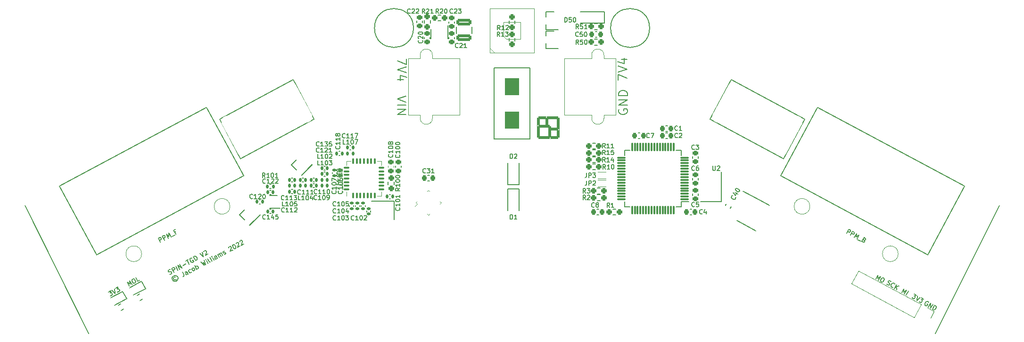
<source format=gto>
G04 #@! TF.GenerationSoftware,KiCad,Pcbnew,(6.0.0)*
G04 #@! TF.CreationDate,2022-01-13T00:17:18-05:00*
G04 #@! TF.ProjectId,TGD,5447442e-6b69-4636-9164-5f7063625858,rev?*
G04 #@! TF.SameCoordinates,Original*
G04 #@! TF.FileFunction,Legend,Top*
G04 #@! TF.FilePolarity,Positive*
%FSLAX46Y46*%
G04 Gerber Fmt 4.6, Leading zero omitted, Abs format (unit mm)*
G04 Created by KiCad (PCBNEW (6.0.0)) date 2022-01-13 00:17:18*
%MOMM*%
%LPD*%
G01*
G04 APERTURE LIST*
G04 Aperture macros list*
%AMRoundRect*
0 Rectangle with rounded corners*
0 $1 Rounding radius*
0 $2 $3 $4 $5 $6 $7 $8 $9 X,Y pos of 4 corners*
0 Add a 4 corners polygon primitive as box body*
4,1,4,$2,$3,$4,$5,$6,$7,$8,$9,$2,$3,0*
0 Add four circle primitives for the rounded corners*
1,1,$1+$1,$2,$3*
1,1,$1+$1,$4,$5*
1,1,$1+$1,$6,$7*
1,1,$1+$1,$8,$9*
0 Add four rect primitives between the rounded corners*
20,1,$1+$1,$2,$3,$4,$5,0*
20,1,$1+$1,$4,$5,$6,$7,0*
20,1,$1+$1,$6,$7,$8,$9,0*
20,1,$1+$1,$8,$9,$2,$3,0*%
%AMHorizOval*
0 Thick line with rounded ends*
0 $1 width*
0 $2 $3 position (X,Y) of the first rounded end (center of the circle)*
0 $4 $5 position (X,Y) of the second rounded end (center of the circle)*
0 Add line between two ends*
20,1,$1,$2,$3,$4,$5,0*
0 Add two circle primitives to create the rounded ends*
1,1,$1,$2,$3*
1,1,$1,$4,$5*%
%AMRotRect*
0 Rectangle, with rotation*
0 The origin of the aperture is its center*
0 $1 length*
0 $2 width*
0 $3 Rotation angle, in degrees counterclockwise*
0 Add horizontal line*
21,1,$1,$2,0,0,$3*%
%AMFreePoly0*
4,1,13,0.500000,-0.500000,0.000000,-0.500000,-0.095671,-0.480970,-0.176777,-0.426777,-0.230970,-0.345671,-0.250000,-0.250000,-0.250000,0.250000,-0.230970,0.345671,-0.176777,0.426777,-0.095671,0.480970,0.000000,0.500000,0.500000,0.500000,0.500000,-0.500000,0.500000,-0.500000,$1*%
%AMFreePoly1*
4,1,13,0.095671,0.480970,0.176777,0.426777,0.230970,0.345671,0.250000,0.250000,0.250000,-0.250000,0.230970,-0.345671,0.176777,-0.426777,0.095671,-0.480970,0.000000,-0.500000,-0.500000,-0.500000,-0.500000,0.500000,0.000000,0.500000,0.095671,0.480970,0.095671,0.480970,$1*%
G04 Aperture macros list end*
%ADD10C,0.200000*%
%ADD11C,0.120000*%
%ADD12C,0.152400*%
%ADD13C,0.150000*%
%ADD14C,0.100000*%
%ADD15RoundRect,0.225000X0.225000X0.250000X-0.225000X0.250000X-0.225000X-0.250000X0.225000X-0.250000X0*%
%ADD16RoundRect,0.225000X0.250000X-0.225000X0.250000X0.225000X-0.250000X0.225000X-0.250000X-0.225000X0*%
%ADD17RoundRect,0.225000X-0.250000X0.225000X-0.250000X-0.225000X0.250000X-0.225000X0.250000X0.225000X0*%
%ADD18RoundRect,0.140000X0.140000X0.170000X-0.140000X0.170000X-0.140000X-0.170000X0.140000X-0.170000X0*%
%ADD19RoundRect,0.140000X0.170000X-0.140000X0.170000X0.140000X-0.170000X0.140000X-0.170000X-0.140000X0*%
%ADD20RoundRect,0.140000X-0.170000X0.140000X-0.170000X-0.140000X0.170000X-0.140000X0.170000X0.140000X0*%
%ADD21RoundRect,0.250000X1.075000X-0.375000X1.075000X0.375000X-1.075000X0.375000X-1.075000X-0.375000X0*%
%ADD22R,0.900000X0.800000*%
%ADD23RoundRect,0.237500X-0.250000X-0.237500X0.250000X-0.237500X0.250000X0.237500X-0.250000X0.237500X0*%
%ADD24RoundRect,0.237500X0.250000X0.237500X-0.250000X0.237500X-0.250000X-0.237500X0.250000X-0.237500X0*%
%ADD25RoundRect,0.237500X-0.237500X0.250000X-0.237500X-0.250000X0.237500X-0.250000X0.237500X0.250000X0*%
%ADD26R,0.650000X1.220000*%
%ADD27RotRect,1.000000X0.300000X45.000000*%
%ADD28RotRect,0.300000X1.000000X45.000000*%
%ADD29RoundRect,0.075000X0.075000X-0.425000X0.075000X0.425000X-0.075000X0.425000X-0.075000X-0.425000X0*%
%ADD30RoundRect,0.075000X0.425000X-0.075000X0.425000X0.075000X-0.425000X0.075000X-0.425000X-0.075000X0*%
%ADD31R,4.800000X4.800000*%
%ADD32R,1.400000X1.200000*%
%ADD33RoundRect,1.500000X-1.250000X0.000000X-1.250000X0.000000X1.250000X0.000000X1.250000X0.000000X0*%
%ADD34C,1.400000*%
%ADD35C,3.500000*%
%ADD36C,1.778000*%
%ADD37C,3.800000*%
%ADD38RoundRect,0.140000X-0.140000X-0.170000X0.140000X-0.170000X0.140000X0.170000X-0.140000X0.170000X0*%
%ADD39R,1.300000X1.600000*%
%ADD40RoundRect,0.200000X1.303591X-0.207727X0.546280X1.201698X-1.303591X0.207727X-0.546280X-1.201698X0*%
%ADD41RoundRect,0.200000X-1.303591X0.207727X-0.546280X-1.201698X1.303591X-0.207727X0.546280X1.201698X0*%
%ADD42RoundRect,0.147500X0.147500X0.172500X-0.147500X0.172500X-0.147500X-0.172500X0.147500X-0.172500X0*%
%ADD43RoundRect,0.237500X0.107809X0.327541X-0.332636X0.090882X-0.107809X-0.327541X0.332636X-0.090882X0*%
%ADD44R,1.200000X0.900000*%
%ADD45C,2.500000*%
%ADD46HorizOval,2.000000X-1.419959X2.642672X1.419959X-2.642672X0*%
%ADD47RoundRect,0.250000X1.354210X-0.407571X0.407571X1.354210X-1.354210X0.407571X-0.407571X-1.354210X0*%
%ADD48RoundRect,0.250000X0.407571X1.354210X-1.354210X0.407571X-0.407571X-1.354210X1.354210X-0.407571X0*%
%ADD49RoundRect,0.250000X-0.407571X-1.354210X1.354210X-0.407571X0.407571X1.354210X-1.354210X0.407571X0*%
%ADD50RoundRect,0.250000X-1.354210X0.407571X-0.407571X-1.354210X1.354210X-0.407571X0.407571X1.354210X0*%
%ADD51RoundRect,0.200000X0.546280X-1.201698X1.303591X0.207727X-0.546280X1.201698X-1.303591X-0.207727X0*%
%ADD52RoundRect,0.200000X-0.546280X1.201698X-1.303591X-0.207727X0.546280X-1.201698X1.303591X0.207727X0*%
%ADD53RoundRect,0.150000X-0.797733X0.258355X0.655737X-0.522622X0.797733X-0.258355X-0.655737X0.522622X0*%
%ADD54R,0.650000X0.400000*%
%ADD55RoundRect,0.225000X-0.113726X0.316530X-0.326720X-0.079870X0.113726X-0.316530X0.326720X0.079870X0*%
%ADD56RotRect,1.700000X1.700000X241.750000*%
%ADD57HorizOval,1.700000X0.000000X0.000000X0.000000X0.000000X0*%
%ADD58RoundRect,0.225000X-0.225000X-0.250000X0.225000X-0.250000X0.225000X0.250000X-0.225000X0.250000X0*%
%ADD59RotRect,1.700000X1.700000X45.000000*%
%ADD60R,1.300000X1.700000*%
%ADD61RoundRect,0.147500X-0.147500X-0.172500X0.147500X-0.172500X0.147500X0.172500X-0.147500X0.172500X0*%
%ADD62RoundRect,0.250000X1.000000X1.000000X-1.000000X1.000000X-1.000000X-1.000000X1.000000X-1.000000X0*%
%ADD63RoundRect,0.250000X-1.000000X-1.000000X1.000000X-1.000000X1.000000X1.000000X-1.000000X1.000000X0*%
%ADD64RoundRect,0.250000X-1.000000X1.000000X-1.000000X-1.000000X1.000000X-1.000000X1.000000X1.000000X0*%
%ADD65RoundRect,0.250000X1.000000X-1.000000X1.000000X1.000000X-1.000000X1.000000X-1.000000X-1.000000X0*%
%ADD66FreePoly0,0.000000*%
%ADD67FreePoly1,0.000000*%
%ADD68HorizOval,2.000000X1.419959X2.642672X-1.419959X-2.642672X0*%
%ADD69RoundRect,0.250000X-1.354210X-0.407571X0.407571X-1.354210X1.354210X0.407571X-0.407571X1.354210X0*%
%ADD70RoundRect,0.250000X-0.407571X1.354210X-1.354210X-0.407571X0.407571X-1.354210X1.354210X0.407571X0*%
%ADD71RoundRect,0.250000X0.407571X-1.354210X1.354210X0.407571X-0.407571X1.354210X-1.354210X-0.407571X0*%
%ADD72RoundRect,0.250000X1.354210X0.407571X-0.407571X1.354210X-1.354210X-0.407571X0.407571X-1.354210X0*%
%ADD73RoundRect,0.237500X0.140843X0.345291X-0.365670X0.073132X-0.140843X-0.345291X0.365670X-0.073132X0*%
%ADD74RoundRect,0.135000X-0.135000X-0.185000X0.135000X-0.185000X0.135000X0.185000X-0.135000X0.185000X0*%
%ADD75RoundRect,0.075000X0.700000X0.075000X-0.700000X0.075000X-0.700000X-0.075000X0.700000X-0.075000X0*%
%ADD76RoundRect,0.075000X0.075000X0.700000X-0.075000X0.700000X-0.075000X-0.700000X0.075000X-0.700000X0*%
%ADD77C,1.500000*%
%ADD78O,0.900000X1.700000*%
G04 APERTURE END LIST*
D10*
X24700000Y-3600000D02*
G75*
G03*
X24700000Y-3600000I-3500000J0D01*
G01*
X-17700000Y-3600000D02*
G75*
G03*
X-17700000Y-3600000I-3500000J0D01*
G01*
D11*
X-3150000Y-8050000D02*
X-3950000Y-7250000D01*
D12*
X-87500003Y-35500005D02*
X-76000000Y-58500010D01*
X76000000Y-58500000D02*
X87500000Y-35500000D01*
D10*
X60068268Y-40480346D02*
X60446924Y-39775633D01*
X60715386Y-39919883D01*
X60764470Y-39989503D01*
X60779996Y-40041092D01*
X60777492Y-40126239D01*
X60723398Y-40226912D01*
X60653778Y-40275997D01*
X60602189Y-40291523D01*
X60517042Y-40289018D01*
X60248580Y-40144769D01*
X60772980Y-40859002D02*
X61151636Y-40154289D01*
X61420098Y-40298539D01*
X61469182Y-40368159D01*
X61484709Y-40419748D01*
X61482204Y-40504895D01*
X61428110Y-40605568D01*
X61358490Y-40654652D01*
X61306901Y-40670179D01*
X61221755Y-40667674D01*
X60953293Y-40523424D01*
X61477693Y-41237658D02*
X61856349Y-40532945D01*
X61820785Y-41162530D01*
X62326157Y-40785382D01*
X61947501Y-41490095D01*
X62079228Y-41647366D02*
X62616152Y-41935866D01*
X63253250Y-41715990D02*
X63335892Y-41803641D01*
X63351419Y-41855230D01*
X63348914Y-41940377D01*
X63294821Y-42041050D01*
X63225200Y-42090135D01*
X63173611Y-42105661D01*
X63088465Y-42103156D01*
X62820003Y-41958907D01*
X63198658Y-41254194D01*
X63433563Y-41380413D01*
X63482647Y-41450033D01*
X63498173Y-41501622D01*
X63495669Y-41586768D01*
X63459606Y-41653884D01*
X63389986Y-41702968D01*
X63338397Y-41718495D01*
X63253250Y-41715990D01*
X63018346Y-41589771D01*
X19073809Y-12980952D02*
X19073809Y-11914285D01*
X20673809Y-12600000D01*
X19073809Y-11533333D02*
X20673809Y-11000000D01*
X19073809Y-10466666D01*
X19607142Y-9247619D02*
X20673809Y-9247619D01*
X18997619Y-9628571D02*
X20140476Y-10009523D01*
X20140476Y-9019047D01*
X-19023809Y-15847619D02*
X-20623809Y-16380952D01*
X-19023809Y-16914285D01*
X-20623809Y-17447619D02*
X-19023809Y-17447619D01*
X-20623809Y-18209523D02*
X-19023809Y-18209523D01*
X-20623809Y-19123809D01*
X-19023809Y-19123809D01*
X-60488798Y-48356198D02*
X-60573944Y-48358703D01*
X-60708175Y-48430828D01*
X-60757259Y-48500448D01*
X-60788313Y-48603626D01*
X-60785808Y-48688773D01*
X-60713683Y-48823004D01*
X-60644063Y-48872088D01*
X-60540885Y-48903141D01*
X-60455738Y-48900636D01*
X-60321507Y-48828511D01*
X-60272423Y-48758891D01*
X-60767278Y-48159861D02*
X-60917036Y-48283575D01*
X-61030731Y-48474404D01*
X-61041248Y-48696287D01*
X-60984650Y-48882107D01*
X-60860936Y-49031864D01*
X-60670106Y-49145559D01*
X-60448224Y-49156076D01*
X-60262404Y-49099478D01*
X-60112647Y-48975764D01*
X-59998951Y-48784935D01*
X-59988434Y-48563052D01*
X-60045033Y-48377232D01*
X-60168747Y-48227475D01*
X-60359576Y-48113780D01*
X-60581458Y-48103263D01*
X-60767278Y-48159861D01*
X-59203086Y-47449129D02*
X-58932618Y-47952495D01*
X-58912082Y-48071200D01*
X-58943135Y-48174378D01*
X-59025777Y-48262029D01*
X-59092892Y-48298092D01*
X-58186833Y-47811248D02*
X-58385177Y-47442113D01*
X-58454797Y-47393029D01*
X-58539944Y-47395534D01*
X-58674175Y-47467659D01*
X-58723259Y-47537279D01*
X-58204865Y-47777691D02*
X-58253949Y-47847311D01*
X-58421738Y-47937467D01*
X-58506884Y-47939972D01*
X-58576504Y-47890887D01*
X-58612567Y-47823772D01*
X-58615072Y-47738625D01*
X-58565987Y-47669005D01*
X-58398199Y-47578849D01*
X-58349114Y-47509229D01*
X-57567268Y-47435097D02*
X-57616352Y-47504718D01*
X-57750583Y-47576843D01*
X-57835729Y-47579347D01*
X-57887318Y-47563821D01*
X-57956939Y-47514736D01*
X-58065126Y-47313390D01*
X-58067631Y-47228243D01*
X-58052104Y-47176654D01*
X-58003020Y-47107034D01*
X-57868789Y-47034909D01*
X-57783642Y-47032405D01*
X-57146543Y-47252280D02*
X-57231690Y-47254785D01*
X-57283279Y-47239259D01*
X-57352899Y-47190174D01*
X-57461087Y-46988828D01*
X-57463591Y-46903681D01*
X-57448065Y-46852092D01*
X-57398981Y-46782472D01*
X-57298307Y-46728378D01*
X-57213161Y-46725874D01*
X-57161572Y-46741400D01*
X-57091951Y-46790484D01*
X-56983764Y-46991831D01*
X-56981259Y-47076978D01*
X-56996786Y-47128567D01*
X-57045870Y-47198187D01*
X-57146543Y-47252280D01*
X-56609620Y-46963781D02*
X-56988275Y-46259068D01*
X-56844025Y-46527530D02*
X-56794941Y-46457910D01*
X-56660710Y-46385785D01*
X-56575563Y-46383280D01*
X-56523975Y-46398807D01*
X-56454354Y-46447891D01*
X-56346167Y-46649238D01*
X-56343662Y-46734384D01*
X-56359189Y-46785973D01*
X-56408273Y-46855594D01*
X-56542504Y-46927718D01*
X-56627651Y-46930223D01*
X-55880870Y-45664038D02*
X-55334425Y-46278594D01*
X-55470663Y-45703103D01*
X-55065963Y-46134344D01*
X-55276830Y-45339476D01*
X-54629713Y-45899939D02*
X-54882150Y-45430130D01*
X-55008368Y-45195226D02*
X-55023895Y-45246815D01*
X-54972306Y-45262341D01*
X-54956779Y-45210752D01*
X-55008368Y-45195226D01*
X-54972306Y-45262341D01*
X-54193462Y-45665533D02*
X-54278609Y-45668037D01*
X-54348229Y-45618953D01*
X-54672791Y-45014914D01*
X-53824327Y-45467189D02*
X-53909474Y-45469694D01*
X-53979094Y-45420610D01*
X-54303656Y-44816570D01*
X-53555865Y-45322939D02*
X-53808302Y-44853131D01*
X-53934521Y-44618227D02*
X-53950047Y-44669816D01*
X-53898458Y-44685342D01*
X-53882932Y-44633753D01*
X-53934521Y-44618227D01*
X-53898458Y-44685342D01*
X-52918268Y-44980346D02*
X-53116611Y-44611211D01*
X-53186232Y-44562127D01*
X-53271378Y-44564631D01*
X-53405609Y-44636756D01*
X-53454693Y-44706376D01*
X-52936299Y-44946788D02*
X-52985383Y-45016409D01*
X-53153172Y-45106565D01*
X-53238319Y-45109069D01*
X-53307939Y-45059985D01*
X-53344001Y-44992870D01*
X-53346506Y-44907723D01*
X-53297422Y-44838103D01*
X-53129633Y-44747947D01*
X-53080549Y-44678326D01*
X-52582690Y-44800034D02*
X-52835128Y-44330225D01*
X-52799065Y-44397341D02*
X-52783539Y-44345752D01*
X-52734454Y-44276132D01*
X-52633781Y-44222038D01*
X-52548634Y-44219533D01*
X-52479014Y-44268618D01*
X-52280671Y-44637753D01*
X-52479014Y-44268618D02*
X-52481519Y-44183471D01*
X-52432435Y-44113851D01*
X-52331761Y-44059757D01*
X-52246615Y-44057252D01*
X-52176995Y-44106337D01*
X-51978651Y-44475472D01*
X-51694663Y-44279633D02*
X-51609516Y-44277128D01*
X-51475285Y-44205003D01*
X-51426201Y-44135383D01*
X-51428705Y-44050236D01*
X-51446737Y-44016679D01*
X-51516357Y-43967594D01*
X-51601503Y-43970099D01*
X-51702177Y-44024193D01*
X-51787323Y-44026698D01*
X-51856944Y-43977613D01*
X-51874975Y-43944056D01*
X-51877480Y-43858909D01*
X-51828395Y-43789289D01*
X-51727722Y-43735195D01*
X-51642575Y-43732690D01*
X-50911819Y-43080563D02*
X-50896293Y-43028974D01*
X-50847208Y-42959354D01*
X-50679420Y-42869198D01*
X-50594273Y-42866693D01*
X-50542684Y-42882220D01*
X-50473064Y-42931304D01*
X-50437001Y-42998419D01*
X-50416465Y-43117124D01*
X-50602784Y-43736192D01*
X-50166533Y-43501786D01*
X-50108938Y-42562667D02*
X-50041823Y-42526605D01*
X-49956676Y-42524100D01*
X-49905087Y-42539626D01*
X-49835467Y-42588711D01*
X-49729784Y-42704910D01*
X-49639628Y-42872699D01*
X-49601061Y-43024961D01*
X-49598556Y-43110108D01*
X-49614083Y-43161697D01*
X-49663167Y-43231317D01*
X-49730282Y-43267380D01*
X-49815429Y-43269884D01*
X-49867018Y-43254358D01*
X-49936638Y-43205274D01*
X-50042321Y-43089074D01*
X-50132477Y-42921285D01*
X-50171044Y-42769023D01*
X-50173549Y-42683876D01*
X-50158022Y-42632287D01*
X-50108938Y-42562667D01*
X-49569509Y-42359314D02*
X-49553983Y-42307725D01*
X-49504899Y-42238105D01*
X-49337110Y-42147949D01*
X-49251963Y-42145444D01*
X-49200374Y-42160971D01*
X-49130754Y-42210055D01*
X-49094692Y-42277170D01*
X-49074156Y-42395875D01*
X-49260474Y-43014943D01*
X-48824223Y-42780537D01*
X-48898355Y-41998690D02*
X-48882828Y-41947101D01*
X-48833744Y-41877481D01*
X-48665955Y-41787324D01*
X-48580808Y-41784820D01*
X-48529219Y-41800346D01*
X-48459599Y-41849430D01*
X-48423537Y-41916546D01*
X-48403001Y-42035250D01*
X-48589319Y-42654318D01*
X-48153068Y-42419912D01*
X69976010Y-51152423D02*
X70354666Y-50447711D01*
X70319101Y-51077295D01*
X70824474Y-50700148D01*
X70445818Y-51404861D01*
X70781396Y-51585173D02*
X71160052Y-50880460D01*
X65324663Y-48694236D02*
X65703319Y-47989523D01*
X65667755Y-48619108D01*
X66173128Y-48241961D01*
X65794472Y-48946673D01*
X66642936Y-48494398D02*
X66777167Y-48566523D01*
X66826251Y-48636143D01*
X66857304Y-48739321D01*
X66818737Y-48891583D01*
X66692519Y-49126487D01*
X66586836Y-49242687D01*
X66483658Y-49273740D01*
X66398511Y-49271235D01*
X66264280Y-49199110D01*
X66215196Y-49129490D01*
X66184143Y-49026312D01*
X66222710Y-48874050D01*
X66348929Y-48639146D01*
X66454611Y-48522946D01*
X66557789Y-48491893D01*
X66642936Y-48494398D01*
X-18973809Y-9119047D02*
X-18973809Y-10185714D01*
X-20573809Y-9500000D01*
X-18973809Y-10566666D02*
X-20573809Y-11100000D01*
X-18973809Y-11633333D01*
X-19507142Y-12852380D02*
X-20573809Y-12852380D01*
X-18897619Y-12471428D02*
X-20040476Y-12090476D01*
X-20040476Y-13080952D01*
X19200000Y-18219047D02*
X19123809Y-18371428D01*
X19123809Y-18600000D01*
X19200000Y-18828571D01*
X19352380Y-18980952D01*
X19504761Y-19057142D01*
X19809523Y-19133333D01*
X20038095Y-19133333D01*
X20342857Y-19057142D01*
X20495238Y-18980952D01*
X20647619Y-18828571D01*
X20723809Y-18600000D01*
X20723809Y-18447619D01*
X20647619Y-18219047D01*
X20571428Y-18142857D01*
X20038095Y-18142857D01*
X20038095Y-18447619D01*
X20723809Y-17457142D02*
X19123809Y-17457142D01*
X20723809Y-16542857D01*
X19123809Y-16542857D01*
X20723809Y-15780952D02*
X19123809Y-15780952D01*
X19123809Y-15400000D01*
X19200000Y-15171428D01*
X19352380Y-15019047D01*
X19504761Y-14942857D01*
X19809523Y-14866666D01*
X20038095Y-14866666D01*
X20342857Y-14942857D01*
X20495238Y-15019047D01*
X20647619Y-15171428D01*
X20723809Y-15400000D01*
X20723809Y-15780952D01*
X-63138801Y-42130203D02*
X-63517457Y-41425491D01*
X-63248995Y-41281241D01*
X-63163848Y-41278736D01*
X-63112259Y-41294263D01*
X-63042639Y-41343347D01*
X-62988546Y-41444020D01*
X-62986041Y-41529167D01*
X-63001567Y-41580756D01*
X-63050652Y-41650376D01*
X-63319114Y-41794626D01*
X-62434089Y-41751547D02*
X-62812744Y-41046835D01*
X-62544282Y-40902585D01*
X-62459136Y-40900080D01*
X-62407547Y-40915607D01*
X-62337927Y-40964691D01*
X-62283833Y-41065364D01*
X-62281328Y-41150511D01*
X-62296855Y-41202100D01*
X-62345939Y-41271720D01*
X-62614401Y-41415970D01*
X-61729376Y-41372892D02*
X-62108032Y-40668179D01*
X-61602659Y-41045327D01*
X-61638223Y-40415742D01*
X-61259568Y-41120455D01*
X-61055717Y-41097414D02*
X-60518793Y-40808914D01*
X-60350506Y-40156289D02*
X-60585410Y-40282508D01*
X-60387066Y-40651643D02*
X-60765722Y-39946930D01*
X-60430145Y-39766618D01*
X-72509081Y-51068742D02*
X-72072830Y-50834336D01*
X-72163485Y-51229017D01*
X-72062811Y-51174923D01*
X-71977665Y-51172419D01*
X-71926076Y-51187945D01*
X-71856456Y-51237029D01*
X-71766299Y-51404818D01*
X-71763795Y-51489965D01*
X-71779321Y-51541554D01*
X-71828405Y-51611174D01*
X-72029752Y-51719361D01*
X-72114899Y-51721866D01*
X-72166488Y-51706339D01*
X-71871484Y-50726149D02*
X-71257924Y-51304643D01*
X-71401675Y-50473712D01*
X-71233887Y-50383556D02*
X-70797636Y-50149150D01*
X-70888290Y-50543830D01*
X-70787617Y-50489737D01*
X-70702470Y-50487232D01*
X-70650882Y-50502758D01*
X-70581261Y-50551843D01*
X-70491105Y-50719631D01*
X-70488600Y-50804778D01*
X-70504127Y-50856367D01*
X-70553211Y-50925987D01*
X-70754558Y-51034175D01*
X-70839704Y-51036679D01*
X-70891293Y-51021153D01*
X72184857Y-51395274D02*
X72621108Y-51629680D01*
X72241954Y-51771923D01*
X72342627Y-51826017D01*
X72391711Y-51895637D01*
X72407238Y-51947226D01*
X72404733Y-52032372D01*
X72314577Y-52200161D01*
X72244957Y-52249245D01*
X72193368Y-52264772D01*
X72108221Y-52262267D01*
X71906875Y-52154080D01*
X71857791Y-52084460D01*
X71842264Y-52032871D01*
X72822454Y-51737867D02*
X72678703Y-52568798D01*
X73292263Y-51990304D01*
X73460052Y-52080460D02*
X73896302Y-52314866D01*
X73517148Y-52457109D01*
X73617821Y-52511203D01*
X73666906Y-52580823D01*
X73682432Y-52632412D01*
X73679927Y-52717559D01*
X73589771Y-52885348D01*
X73520151Y-52934432D01*
X73468562Y-52949958D01*
X73383415Y-52947454D01*
X73182069Y-52839266D01*
X73132985Y-52769646D01*
X73117458Y-52718057D01*
X-61452845Y-47865410D02*
X-61334140Y-47844874D01*
X-61166352Y-47754718D01*
X-61117268Y-47685097D01*
X-61101741Y-47633508D01*
X-61104246Y-47548362D01*
X-61140308Y-47481246D01*
X-61209928Y-47432162D01*
X-61261517Y-47416635D01*
X-61346664Y-47419140D01*
X-61498926Y-47457707D01*
X-61584073Y-47460212D01*
X-61635662Y-47444686D01*
X-61705282Y-47395601D01*
X-61741345Y-47328486D01*
X-61743849Y-47243339D01*
X-61728323Y-47191750D01*
X-61679238Y-47122130D01*
X-61511450Y-47031974D01*
X-61392745Y-47011438D01*
X-60730101Y-47520312D02*
X-61108757Y-46815599D01*
X-60840295Y-46671349D01*
X-60755148Y-46668845D01*
X-60703559Y-46684371D01*
X-60633939Y-46733455D01*
X-60579845Y-46834129D01*
X-60577341Y-46919275D01*
X-60592867Y-46970864D01*
X-60641951Y-47040484D01*
X-60910413Y-47184734D01*
X-60025389Y-47141656D02*
X-60404044Y-46436943D01*
X-59689811Y-46961344D02*
X-60068467Y-46256631D01*
X-59287118Y-46744969D01*
X-59665774Y-46040256D01*
X-59095791Y-46296195D02*
X-58558867Y-46007695D01*
X-58558368Y-45445226D02*
X-58155676Y-45228851D01*
X-57978366Y-46041751D02*
X-58357022Y-45337039D01*
X-57533605Y-44937847D02*
X-57618752Y-44940352D01*
X-57719425Y-44994445D01*
X-57802067Y-45082097D01*
X-57833120Y-45185275D01*
X-57830615Y-45270421D01*
X-57792048Y-45422684D01*
X-57737954Y-45523357D01*
X-57632272Y-45639557D01*
X-57562652Y-45688641D01*
X-57459474Y-45719694D01*
X-57340769Y-45699158D01*
X-57273654Y-45663095D01*
X-57191012Y-45575444D01*
X-57175485Y-45523855D01*
X-57301704Y-45288951D01*
X-57435935Y-45361076D01*
X-56837403Y-45428690D02*
X-57216059Y-44723977D01*
X-57048270Y-44633821D01*
X-56929566Y-44613285D01*
X-56826388Y-44644338D01*
X-56756767Y-44693422D01*
X-56651085Y-44809622D01*
X-56596991Y-44910295D01*
X-56558424Y-45062557D01*
X-56555919Y-45147704D01*
X-56586972Y-45250882D01*
X-56669614Y-45338533D01*
X-56837403Y-45428690D01*
X-56075095Y-44110915D02*
X-55461536Y-44689409D01*
X-55605287Y-43858478D01*
X-55367878Y-43817406D02*
X-55352352Y-43765817D01*
X-55303267Y-43696197D01*
X-55135479Y-43606041D01*
X-55050332Y-43603536D01*
X-54998743Y-43619063D01*
X-54929123Y-43668147D01*
X-54893060Y-43735263D01*
X-54872524Y-43853967D01*
X-55058843Y-44473035D01*
X-54622592Y-44238629D01*
X-68747204Y-49982471D02*
X-69125860Y-49277758D01*
X-68620487Y-49654905D01*
X-68656051Y-49025321D01*
X-68277396Y-49730033D01*
X-68186243Y-48772884D02*
X-68052012Y-48700759D01*
X-67966865Y-48698254D01*
X-67863687Y-48729307D01*
X-67758005Y-48845507D01*
X-67631786Y-49080411D01*
X-67593219Y-49232673D01*
X-67624272Y-49335851D01*
X-67673356Y-49405471D01*
X-67807587Y-49477596D01*
X-67892734Y-49480101D01*
X-67995912Y-49449048D01*
X-68101595Y-49332848D01*
X-68227813Y-49097944D01*
X-68266380Y-48945682D01*
X-68235327Y-48842504D01*
X-68186243Y-48772884D01*
X-66867970Y-48972722D02*
X-67203548Y-49153034D01*
X-67582204Y-48448322D01*
X74802403Y-52909144D02*
X74753319Y-52839523D01*
X74652646Y-52785430D01*
X74533942Y-52764894D01*
X74430764Y-52795947D01*
X74361143Y-52845031D01*
X74255461Y-52961231D01*
X74201367Y-53061904D01*
X74162800Y-53214166D01*
X74160295Y-53299313D01*
X74191348Y-53402491D01*
X74273990Y-53490142D01*
X74341106Y-53526205D01*
X74459810Y-53546741D01*
X74511399Y-53531214D01*
X74637618Y-53296310D01*
X74503387Y-53224185D01*
X74777356Y-53760611D02*
X75156012Y-53055898D01*
X75180049Y-53976985D01*
X75558705Y-53272273D01*
X75515627Y-54157298D02*
X75894282Y-53452585D01*
X76062071Y-53542741D01*
X76144713Y-53630393D01*
X76175766Y-53733571D01*
X76173262Y-53818717D01*
X76134694Y-53970979D01*
X76080601Y-54071653D01*
X75974918Y-54187852D01*
X75905298Y-54236937D01*
X75802120Y-54267990D01*
X75683415Y-54247454D01*
X75515627Y-54157298D01*
X67290675Y-49648397D02*
X67373317Y-49736049D01*
X67541106Y-49826205D01*
X67626252Y-49828709D01*
X67677841Y-49813183D01*
X67747462Y-49764099D01*
X67783524Y-49696983D01*
X67786029Y-49611837D01*
X67770502Y-49560248D01*
X67721418Y-49490627D01*
X67605218Y-49384945D01*
X67556134Y-49315325D01*
X67540607Y-49263736D01*
X67543112Y-49178589D01*
X67579175Y-49111473D01*
X67648795Y-49062389D01*
X67700384Y-49046863D01*
X67785531Y-49049367D01*
X67953319Y-49139523D01*
X68035961Y-49227175D01*
X68416112Y-50209870D02*
X68364523Y-50225396D01*
X68245818Y-50204861D01*
X68178703Y-50168798D01*
X68096061Y-50081147D01*
X68065008Y-49977969D01*
X68067513Y-49892822D01*
X68106080Y-49740560D01*
X68160173Y-49639887D01*
X68265856Y-49523687D01*
X68335476Y-49474603D01*
X68438654Y-49443550D01*
X68557359Y-49464085D01*
X68624474Y-49500148D01*
X68707116Y-49587799D01*
X68722643Y-49639388D01*
X68682069Y-50439266D02*
X69060725Y-49734554D01*
X69084762Y-50655641D02*
X68999117Y-50090667D01*
X69463418Y-49950929D02*
X68844350Y-50137247D01*
X11910714Y-5054464D02*
X11872619Y-5092559D01*
X11758333Y-5130654D01*
X11682142Y-5130654D01*
X11567857Y-5092559D01*
X11491666Y-5016369D01*
X11453571Y-4940178D01*
X11415476Y-4787797D01*
X11415476Y-4673511D01*
X11453571Y-4521130D01*
X11491666Y-4444940D01*
X11567857Y-4368750D01*
X11682142Y-4330654D01*
X11758333Y-4330654D01*
X11872619Y-4368750D01*
X11910714Y-4406845D01*
X12634523Y-4330654D02*
X12253571Y-4330654D01*
X12215476Y-4711607D01*
X12253571Y-4673511D01*
X12329761Y-4635416D01*
X12520238Y-4635416D01*
X12596428Y-4673511D01*
X12634523Y-4711607D01*
X12672619Y-4787797D01*
X12672619Y-4978273D01*
X12634523Y-5054464D01*
X12596428Y-5092559D01*
X12520238Y-5130654D01*
X12329761Y-5130654D01*
X12253571Y-5092559D01*
X12215476Y-5054464D01*
X13167857Y-4330654D02*
X13244047Y-4330654D01*
X13320238Y-4368750D01*
X13358333Y-4406845D01*
X13396428Y-4483035D01*
X13434523Y-4635416D01*
X13434523Y-4825892D01*
X13396428Y-4978273D01*
X13358333Y-5054464D01*
X13320238Y-5092559D01*
X13244047Y-5130654D01*
X13167857Y-5130654D01*
X13091666Y-5092559D01*
X13053571Y-5054464D01*
X13015476Y-4978273D01*
X12977380Y-4825892D01*
X12977380Y-4635416D01*
X13015476Y-4483035D01*
X13053571Y-4406845D01*
X13091666Y-4368750D01*
X13167857Y-4330654D01*
X-16114285Y-5814285D02*
X-16076190Y-5852380D01*
X-16038095Y-5966666D01*
X-16038095Y-6042857D01*
X-16076190Y-6157142D01*
X-16152380Y-6233333D01*
X-16228571Y-6271428D01*
X-16380952Y-6309523D01*
X-16495238Y-6309523D01*
X-16647619Y-6271428D01*
X-16723809Y-6233333D01*
X-16800000Y-6157142D01*
X-16838095Y-6042857D01*
X-16838095Y-5966666D01*
X-16800000Y-5852380D01*
X-16761904Y-5814285D01*
X-16761904Y-5509523D02*
X-16800000Y-5471428D01*
X-16838095Y-5395238D01*
X-16838095Y-5204761D01*
X-16800000Y-5128571D01*
X-16761904Y-5090476D01*
X-16685714Y-5052380D01*
X-16609523Y-5052380D01*
X-16495238Y-5090476D01*
X-16038095Y-5547619D01*
X-16038095Y-5052380D01*
X-16838095Y-4557142D02*
X-16838095Y-4480952D01*
X-16800000Y-4404761D01*
X-16761904Y-4366666D01*
X-16685714Y-4328571D01*
X-16533333Y-4290476D01*
X-16342857Y-4290476D01*
X-16190476Y-4328571D01*
X-16114285Y-4366666D01*
X-16076190Y-4404761D01*
X-16038095Y-4480952D01*
X-16038095Y-4557142D01*
X-16076190Y-4633333D01*
X-16114285Y-4671428D01*
X-16190476Y-4709523D01*
X-16342857Y-4747619D01*
X-16533333Y-4747619D01*
X-16685714Y-4709523D01*
X-16761904Y-4671428D01*
X-16800000Y-4633333D01*
X-16838095Y-4557142D01*
X-9676785Y-7074464D02*
X-9714880Y-7112559D01*
X-9829166Y-7150654D01*
X-9905357Y-7150654D01*
X-10019642Y-7112559D01*
X-10095833Y-7036369D01*
X-10133928Y-6960178D01*
X-10172023Y-6807797D01*
X-10172023Y-6693511D01*
X-10133928Y-6541130D01*
X-10095833Y-6464940D01*
X-10019642Y-6388750D01*
X-9905357Y-6350654D01*
X-9829166Y-6350654D01*
X-9714880Y-6388750D01*
X-9676785Y-6426845D01*
X-9372023Y-6426845D02*
X-9333928Y-6388750D01*
X-9257738Y-6350654D01*
X-9067261Y-6350654D01*
X-8991071Y-6388750D01*
X-8952976Y-6426845D01*
X-8914880Y-6503035D01*
X-8914880Y-6579226D01*
X-8952976Y-6693511D01*
X-9410119Y-7150654D01*
X-8914880Y-7150654D01*
X-8152976Y-7150654D02*
X-8610119Y-7150654D01*
X-8381547Y-7150654D02*
X-8381547Y-6350654D01*
X-8457738Y-6464940D01*
X-8533928Y-6541130D01*
X-8610119Y-6579226D01*
X-18276785Y-874464D02*
X-18314880Y-912559D01*
X-18429166Y-950654D01*
X-18505357Y-950654D01*
X-18619642Y-912559D01*
X-18695833Y-836369D01*
X-18733928Y-760178D01*
X-18772023Y-607797D01*
X-18772023Y-493511D01*
X-18733928Y-341130D01*
X-18695833Y-264940D01*
X-18619642Y-188750D01*
X-18505357Y-150654D01*
X-18429166Y-150654D01*
X-18314880Y-188750D01*
X-18276785Y-226845D01*
X-17972023Y-226845D02*
X-17933928Y-188750D01*
X-17857738Y-150654D01*
X-17667261Y-150654D01*
X-17591071Y-188750D01*
X-17552976Y-226845D01*
X-17514880Y-303035D01*
X-17514880Y-379226D01*
X-17552976Y-493511D01*
X-18010119Y-950654D01*
X-17514880Y-950654D01*
X-17210119Y-226845D02*
X-17172023Y-188750D01*
X-17095833Y-150654D01*
X-16905357Y-150654D01*
X-16829166Y-188750D01*
X-16791071Y-226845D01*
X-16752976Y-303035D01*
X-16752976Y-379226D01*
X-16791071Y-493511D01*
X-17248214Y-950654D01*
X-16752976Y-950654D01*
X-10676785Y-874464D02*
X-10714880Y-912559D01*
X-10829166Y-950654D01*
X-10905357Y-950654D01*
X-11019642Y-912559D01*
X-11095833Y-836369D01*
X-11133928Y-760178D01*
X-11172023Y-607797D01*
X-11172023Y-493511D01*
X-11133928Y-341130D01*
X-11095833Y-264940D01*
X-11019642Y-188750D01*
X-10905357Y-150654D01*
X-10829166Y-150654D01*
X-10714880Y-188750D01*
X-10676785Y-226845D01*
X-10372023Y-226845D02*
X-10333928Y-188750D01*
X-10257738Y-150654D01*
X-10067261Y-150654D01*
X-9991071Y-188750D01*
X-9952976Y-226845D01*
X-9914880Y-303035D01*
X-9914880Y-379226D01*
X-9952976Y-493511D01*
X-10410119Y-950654D01*
X-9914880Y-950654D01*
X-9648214Y-150654D02*
X-9152976Y-150654D01*
X-9419642Y-455416D01*
X-9305357Y-455416D01*
X-9229166Y-493511D01*
X-9191071Y-531607D01*
X-9152976Y-607797D01*
X-9152976Y-798273D01*
X-9191071Y-874464D01*
X-9229166Y-912559D01*
X-9305357Y-950654D01*
X-9533928Y-950654D01*
X-9610119Y-912559D01*
X-9648214Y-874464D01*
X-20214285Y-35895238D02*
X-20176190Y-35933333D01*
X-20138095Y-36047619D01*
X-20138095Y-36123809D01*
X-20176190Y-36238095D01*
X-20252380Y-36314285D01*
X-20328571Y-36352380D01*
X-20480952Y-36390476D01*
X-20595238Y-36390476D01*
X-20747619Y-36352380D01*
X-20823809Y-36314285D01*
X-20900000Y-36238095D01*
X-20938095Y-36123809D01*
X-20938095Y-36047619D01*
X-20900000Y-35933333D01*
X-20861904Y-35895238D01*
X-20138095Y-35133333D02*
X-20138095Y-35590476D01*
X-20138095Y-35361904D02*
X-20938095Y-35361904D01*
X-20823809Y-35438095D01*
X-20747619Y-35514285D01*
X-20709523Y-35590476D01*
X-20938095Y-34638095D02*
X-20938095Y-34561904D01*
X-20900000Y-34485714D01*
X-20861904Y-34447619D01*
X-20785714Y-34409523D01*
X-20633333Y-34371428D01*
X-20442857Y-34371428D01*
X-20290476Y-34409523D01*
X-20214285Y-34447619D01*
X-20176190Y-34485714D01*
X-20138095Y-34561904D01*
X-20138095Y-34638095D01*
X-20176190Y-34714285D01*
X-20214285Y-34752380D01*
X-20290476Y-34790476D01*
X-20442857Y-34828571D01*
X-20633333Y-34828571D01*
X-20785714Y-34790476D01*
X-20861904Y-34752380D01*
X-20900000Y-34714285D01*
X-20938095Y-34638095D01*
X-20138095Y-33609523D02*
X-20138095Y-34066666D01*
X-20138095Y-33838095D02*
X-20938095Y-33838095D01*
X-20823809Y-33914285D01*
X-20747619Y-33990476D01*
X-20709523Y-34066666D01*
X-28395238Y-38035714D02*
X-28433333Y-38073809D01*
X-28547619Y-38111904D01*
X-28623809Y-38111904D01*
X-28738095Y-38073809D01*
X-28814285Y-37997619D01*
X-28852380Y-37921428D01*
X-28890476Y-37769047D01*
X-28890476Y-37654761D01*
X-28852380Y-37502380D01*
X-28814285Y-37426190D01*
X-28738095Y-37350000D01*
X-28623809Y-37311904D01*
X-28547619Y-37311904D01*
X-28433333Y-37350000D01*
X-28395238Y-37388095D01*
X-27633333Y-38111904D02*
X-28090476Y-38111904D01*
X-27861904Y-38111904D02*
X-27861904Y-37311904D01*
X-27938095Y-37426190D01*
X-28014285Y-37502380D01*
X-28090476Y-37540476D01*
X-27138095Y-37311904D02*
X-27061904Y-37311904D01*
X-26985714Y-37350000D01*
X-26947619Y-37388095D01*
X-26909523Y-37464285D01*
X-26871428Y-37616666D01*
X-26871428Y-37807142D01*
X-26909523Y-37959523D01*
X-26947619Y-38035714D01*
X-26985714Y-38073809D01*
X-27061904Y-38111904D01*
X-27138095Y-38111904D01*
X-27214285Y-38073809D01*
X-27252380Y-38035714D01*
X-27290476Y-37959523D01*
X-27328571Y-37807142D01*
X-27328571Y-37616666D01*
X-27290476Y-37464285D01*
X-27252380Y-37388095D01*
X-27214285Y-37350000D01*
X-27138095Y-37311904D01*
X-26566666Y-37388095D02*
X-26528571Y-37350000D01*
X-26452380Y-37311904D01*
X-26261904Y-37311904D01*
X-26185714Y-37350000D01*
X-26147619Y-37388095D01*
X-26109523Y-37464285D01*
X-26109523Y-37540476D01*
X-26147619Y-37654761D01*
X-26604761Y-38111904D01*
X-26109523Y-38111904D01*
X-31645238Y-38035714D02*
X-31683333Y-38073809D01*
X-31797619Y-38111904D01*
X-31873809Y-38111904D01*
X-31988095Y-38073809D01*
X-32064285Y-37997619D01*
X-32102380Y-37921428D01*
X-32140476Y-37769047D01*
X-32140476Y-37654761D01*
X-32102380Y-37502380D01*
X-32064285Y-37426190D01*
X-31988095Y-37350000D01*
X-31873809Y-37311904D01*
X-31797619Y-37311904D01*
X-31683333Y-37350000D01*
X-31645238Y-37388095D01*
X-30883333Y-38111904D02*
X-31340476Y-38111904D01*
X-31111904Y-38111904D02*
X-31111904Y-37311904D01*
X-31188095Y-37426190D01*
X-31264285Y-37502380D01*
X-31340476Y-37540476D01*
X-30388095Y-37311904D02*
X-30311904Y-37311904D01*
X-30235714Y-37350000D01*
X-30197619Y-37388095D01*
X-30159523Y-37464285D01*
X-30121428Y-37616666D01*
X-30121428Y-37807142D01*
X-30159523Y-37959523D01*
X-30197619Y-38035714D01*
X-30235714Y-38073809D01*
X-30311904Y-38111904D01*
X-30388095Y-38111904D01*
X-30464285Y-38073809D01*
X-30502380Y-38035714D01*
X-30540476Y-37959523D01*
X-30578571Y-37807142D01*
X-30578571Y-37616666D01*
X-30540476Y-37464285D01*
X-30502380Y-37388095D01*
X-30464285Y-37350000D01*
X-30388095Y-37311904D01*
X-29854761Y-37311904D02*
X-29359523Y-37311904D01*
X-29626190Y-37616666D01*
X-29511904Y-37616666D01*
X-29435714Y-37654761D01*
X-29397619Y-37692857D01*
X-29359523Y-37769047D01*
X-29359523Y-37959523D01*
X-29397619Y-38035714D01*
X-29435714Y-38073809D01*
X-29511904Y-38111904D01*
X-29740476Y-38111904D01*
X-29816666Y-38073809D01*
X-29854761Y-38035714D01*
X-31645238Y-36785714D02*
X-31683333Y-36823809D01*
X-31797619Y-36861904D01*
X-31873809Y-36861904D01*
X-31988095Y-36823809D01*
X-32064285Y-36747619D01*
X-32102380Y-36671428D01*
X-32140476Y-36519047D01*
X-32140476Y-36404761D01*
X-32102380Y-36252380D01*
X-32064285Y-36176190D01*
X-31988095Y-36100000D01*
X-31873809Y-36061904D01*
X-31797619Y-36061904D01*
X-31683333Y-36100000D01*
X-31645238Y-36138095D01*
X-30883333Y-36861904D02*
X-31340476Y-36861904D01*
X-31111904Y-36861904D02*
X-31111904Y-36061904D01*
X-31188095Y-36176190D01*
X-31264285Y-36252380D01*
X-31340476Y-36290476D01*
X-30388095Y-36061904D02*
X-30311904Y-36061904D01*
X-30235714Y-36100000D01*
X-30197619Y-36138095D01*
X-30159523Y-36214285D01*
X-30121428Y-36366666D01*
X-30121428Y-36557142D01*
X-30159523Y-36709523D01*
X-30197619Y-36785714D01*
X-30235714Y-36823809D01*
X-30311904Y-36861904D01*
X-30388095Y-36861904D01*
X-30464285Y-36823809D01*
X-30502380Y-36785714D01*
X-30540476Y-36709523D01*
X-30578571Y-36557142D01*
X-30578571Y-36366666D01*
X-30540476Y-36214285D01*
X-30502380Y-36138095D01*
X-30464285Y-36100000D01*
X-30388095Y-36061904D01*
X-29435714Y-36328571D02*
X-29435714Y-36861904D01*
X-29626190Y-36023809D02*
X-29816666Y-36595238D01*
X-29321428Y-36595238D01*
X-31645238Y-35535714D02*
X-31683333Y-35573809D01*
X-31797619Y-35611904D01*
X-31873809Y-35611904D01*
X-31988095Y-35573809D01*
X-32064285Y-35497619D01*
X-32102380Y-35421428D01*
X-32140476Y-35269047D01*
X-32140476Y-35154761D01*
X-32102380Y-35002380D01*
X-32064285Y-34926190D01*
X-31988095Y-34850000D01*
X-31873809Y-34811904D01*
X-31797619Y-34811904D01*
X-31683333Y-34850000D01*
X-31645238Y-34888095D01*
X-30883333Y-35611904D02*
X-31340476Y-35611904D01*
X-31111904Y-35611904D02*
X-31111904Y-34811904D01*
X-31188095Y-34926190D01*
X-31264285Y-35002380D01*
X-31340476Y-35040476D01*
X-30388095Y-34811904D02*
X-30311904Y-34811904D01*
X-30235714Y-34850000D01*
X-30197619Y-34888095D01*
X-30159523Y-34964285D01*
X-30121428Y-35116666D01*
X-30121428Y-35307142D01*
X-30159523Y-35459523D01*
X-30197619Y-35535714D01*
X-30235714Y-35573809D01*
X-30311904Y-35611904D01*
X-30388095Y-35611904D01*
X-30464285Y-35573809D01*
X-30502380Y-35535714D01*
X-30540476Y-35459523D01*
X-30578571Y-35307142D01*
X-30578571Y-35116666D01*
X-30540476Y-34964285D01*
X-30502380Y-34888095D01*
X-30464285Y-34850000D01*
X-30388095Y-34811904D01*
X-29397619Y-34811904D02*
X-29778571Y-34811904D01*
X-29816666Y-35192857D01*
X-29778571Y-35154761D01*
X-29702380Y-35116666D01*
X-29511904Y-35116666D01*
X-29435714Y-35154761D01*
X-29397619Y-35192857D01*
X-29359523Y-35269047D01*
X-29359523Y-35459523D01*
X-29397619Y-35535714D01*
X-29435714Y-35573809D01*
X-29511904Y-35611904D01*
X-29702380Y-35611904D01*
X-29778571Y-35573809D01*
X-29816666Y-35535714D01*
X-30514285Y-32895238D02*
X-30476190Y-32933333D01*
X-30438095Y-33047619D01*
X-30438095Y-33123809D01*
X-30476190Y-33238095D01*
X-30552380Y-33314285D01*
X-30628571Y-33352380D01*
X-30780952Y-33390476D01*
X-30895238Y-33390476D01*
X-31047619Y-33352380D01*
X-31123809Y-33314285D01*
X-31200000Y-33238095D01*
X-31238095Y-33123809D01*
X-31238095Y-33047619D01*
X-31200000Y-32933333D01*
X-31161904Y-32895238D01*
X-30438095Y-32133333D02*
X-30438095Y-32590476D01*
X-30438095Y-32361904D02*
X-31238095Y-32361904D01*
X-31123809Y-32438095D01*
X-31047619Y-32514285D01*
X-31009523Y-32590476D01*
X-31238095Y-31638095D02*
X-31238095Y-31561904D01*
X-31200000Y-31485714D01*
X-31161904Y-31447619D01*
X-31085714Y-31409523D01*
X-30933333Y-31371428D01*
X-30742857Y-31371428D01*
X-30590476Y-31409523D01*
X-30514285Y-31447619D01*
X-30476190Y-31485714D01*
X-30438095Y-31561904D01*
X-30438095Y-31638095D01*
X-30476190Y-31714285D01*
X-30514285Y-31752380D01*
X-30590476Y-31790476D01*
X-30742857Y-31828571D01*
X-30933333Y-31828571D01*
X-31085714Y-31790476D01*
X-31161904Y-31752380D01*
X-31200000Y-31714285D01*
X-31238095Y-31638095D01*
X-31238095Y-30685714D02*
X-31238095Y-30838095D01*
X-31200000Y-30914285D01*
X-31161904Y-30952380D01*
X-31047619Y-31028571D01*
X-30895238Y-31066666D01*
X-30590476Y-31066666D01*
X-30514285Y-31028571D01*
X-30476190Y-30990476D01*
X-30438095Y-30914285D01*
X-30438095Y-30761904D01*
X-30476190Y-30685714D01*
X-30514285Y-30647619D01*
X-30590476Y-30609523D01*
X-30780952Y-30609523D01*
X-30857142Y-30647619D01*
X-30895238Y-30685714D01*
X-30933333Y-30761904D01*
X-30933333Y-30914285D01*
X-30895238Y-30990476D01*
X-30857142Y-31028571D01*
X-30780952Y-31066666D01*
X-31654285Y-32885238D02*
X-31616190Y-32923333D01*
X-31578095Y-33037619D01*
X-31578095Y-33113809D01*
X-31616190Y-33228095D01*
X-31692380Y-33304285D01*
X-31768571Y-33342380D01*
X-31920952Y-33380476D01*
X-32035238Y-33380476D01*
X-32187619Y-33342380D01*
X-32263809Y-33304285D01*
X-32340000Y-33228095D01*
X-32378095Y-33113809D01*
X-32378095Y-33037619D01*
X-32340000Y-32923333D01*
X-32301904Y-32885238D01*
X-31578095Y-32123333D02*
X-31578095Y-32580476D01*
X-31578095Y-32351904D02*
X-32378095Y-32351904D01*
X-32263809Y-32428095D01*
X-32187619Y-32504285D01*
X-32149523Y-32580476D01*
X-32378095Y-31628095D02*
X-32378095Y-31551904D01*
X-32340000Y-31475714D01*
X-32301904Y-31437619D01*
X-32225714Y-31399523D01*
X-32073333Y-31361428D01*
X-31882857Y-31361428D01*
X-31730476Y-31399523D01*
X-31654285Y-31437619D01*
X-31616190Y-31475714D01*
X-31578095Y-31551904D01*
X-31578095Y-31628095D01*
X-31616190Y-31704285D01*
X-31654285Y-31742380D01*
X-31730476Y-31780476D01*
X-31882857Y-31818571D01*
X-32073333Y-31818571D01*
X-32225714Y-31780476D01*
X-32301904Y-31742380D01*
X-32340000Y-31704285D01*
X-32378095Y-31628095D01*
X-32378095Y-31094761D02*
X-32378095Y-30561428D01*
X-31578095Y-30904285D01*
X11960714Y-6530654D02*
X11694047Y-6149702D01*
X11503571Y-6530654D02*
X11503571Y-5730654D01*
X11808333Y-5730654D01*
X11884523Y-5768750D01*
X11922619Y-5806845D01*
X11960714Y-5883035D01*
X11960714Y-5997321D01*
X11922619Y-6073511D01*
X11884523Y-6111607D01*
X11808333Y-6149702D01*
X11503571Y-6149702D01*
X12684523Y-5730654D02*
X12303571Y-5730654D01*
X12265476Y-6111607D01*
X12303571Y-6073511D01*
X12379761Y-6035416D01*
X12570238Y-6035416D01*
X12646428Y-6073511D01*
X12684523Y-6111607D01*
X12722619Y-6187797D01*
X12722619Y-6378273D01*
X12684523Y-6454464D01*
X12646428Y-6492559D01*
X12570238Y-6530654D01*
X12379761Y-6530654D01*
X12303571Y-6492559D01*
X12265476Y-6454464D01*
X13217857Y-5730654D02*
X13294047Y-5730654D01*
X13370238Y-5768750D01*
X13408333Y-5806845D01*
X13446428Y-5883035D01*
X13484523Y-6035416D01*
X13484523Y-6225892D01*
X13446428Y-6378273D01*
X13408333Y-6454464D01*
X13370238Y-6492559D01*
X13294047Y-6530654D01*
X13217857Y-6530654D01*
X13141666Y-6492559D01*
X13103571Y-6454464D01*
X13065476Y-6378273D01*
X13027380Y-6225892D01*
X13027380Y-6035416D01*
X13065476Y-5883035D01*
X13103571Y-5806845D01*
X13141666Y-5768750D01*
X13217857Y-5730654D01*
X11960714Y-3730654D02*
X11694047Y-3349702D01*
X11503571Y-3730654D02*
X11503571Y-2930654D01*
X11808333Y-2930654D01*
X11884523Y-2968750D01*
X11922619Y-3006845D01*
X11960714Y-3083035D01*
X11960714Y-3197321D01*
X11922619Y-3273511D01*
X11884523Y-3311607D01*
X11808333Y-3349702D01*
X11503571Y-3349702D01*
X12684523Y-2930654D02*
X12303571Y-2930654D01*
X12265476Y-3311607D01*
X12303571Y-3273511D01*
X12379761Y-3235416D01*
X12570238Y-3235416D01*
X12646428Y-3273511D01*
X12684523Y-3311607D01*
X12722619Y-3387797D01*
X12722619Y-3578273D01*
X12684523Y-3654464D01*
X12646428Y-3692559D01*
X12570238Y-3730654D01*
X12379761Y-3730654D01*
X12303571Y-3692559D01*
X12265476Y-3654464D01*
X13484523Y-3730654D02*
X13027380Y-3730654D01*
X13255952Y-3730654D02*
X13255952Y-2930654D01*
X13179761Y-3044940D01*
X13103571Y-3121130D01*
X13027380Y-3159226D01*
X16785714Y-28961904D02*
X16519047Y-28580952D01*
X16328571Y-28961904D02*
X16328571Y-28161904D01*
X16633333Y-28161904D01*
X16709523Y-28200000D01*
X16747619Y-28238095D01*
X16785714Y-28314285D01*
X16785714Y-28428571D01*
X16747619Y-28504761D01*
X16709523Y-28542857D01*
X16633333Y-28580952D01*
X16328571Y-28580952D01*
X17547619Y-28961904D02*
X17090476Y-28961904D01*
X17319047Y-28961904D02*
X17319047Y-28161904D01*
X17242857Y-28276190D01*
X17166666Y-28352380D01*
X17090476Y-28390476D01*
X18042857Y-28161904D02*
X18119047Y-28161904D01*
X18195238Y-28200000D01*
X18233333Y-28238095D01*
X18271428Y-28314285D01*
X18309523Y-28466666D01*
X18309523Y-28657142D01*
X18271428Y-28809523D01*
X18233333Y-28885714D01*
X18195238Y-28923809D01*
X18119047Y-28961904D01*
X18042857Y-28961904D01*
X17966666Y-28923809D01*
X17928571Y-28885714D01*
X17890476Y-28809523D01*
X17852380Y-28657142D01*
X17852380Y-28466666D01*
X17890476Y-28314285D01*
X17928571Y-28238095D01*
X17966666Y-28200000D01*
X18042857Y-28161904D01*
X16735714Y-25161904D02*
X16469047Y-24780952D01*
X16278571Y-25161904D02*
X16278571Y-24361904D01*
X16583333Y-24361904D01*
X16659523Y-24400000D01*
X16697619Y-24438095D01*
X16735714Y-24514285D01*
X16735714Y-24628571D01*
X16697619Y-24704761D01*
X16659523Y-24742857D01*
X16583333Y-24780952D01*
X16278571Y-24780952D01*
X17497619Y-25161904D02*
X17040476Y-25161904D01*
X17269047Y-25161904D02*
X17269047Y-24361904D01*
X17192857Y-24476190D01*
X17116666Y-24552380D01*
X17040476Y-24590476D01*
X18259523Y-25161904D02*
X17802380Y-25161904D01*
X18030952Y-25161904D02*
X18030952Y-24361904D01*
X17954761Y-24476190D01*
X17878571Y-24552380D01*
X17802380Y-24590476D01*
X-2164285Y-3911904D02*
X-2430952Y-3530952D01*
X-2621428Y-3911904D02*
X-2621428Y-3111904D01*
X-2316666Y-3111904D01*
X-2240476Y-3150000D01*
X-2202380Y-3188095D01*
X-2164285Y-3264285D01*
X-2164285Y-3378571D01*
X-2202380Y-3454761D01*
X-2240476Y-3492857D01*
X-2316666Y-3530952D01*
X-2621428Y-3530952D01*
X-1402380Y-3911904D02*
X-1859523Y-3911904D01*
X-1630952Y-3911904D02*
X-1630952Y-3111904D01*
X-1707142Y-3226190D01*
X-1783333Y-3302380D01*
X-1859523Y-3340476D01*
X-1097619Y-3188095D02*
X-1059523Y-3150000D01*
X-983333Y-3111904D01*
X-792857Y-3111904D01*
X-716666Y-3150000D01*
X-678571Y-3188095D01*
X-640476Y-3264285D01*
X-640476Y-3340476D01*
X-678571Y-3454761D01*
X-1135714Y-3911904D01*
X-640476Y-3911904D01*
X-2214285Y-5111904D02*
X-2480952Y-4730952D01*
X-2671428Y-5111904D02*
X-2671428Y-4311904D01*
X-2366666Y-4311904D01*
X-2290476Y-4350000D01*
X-2252380Y-4388095D01*
X-2214285Y-4464285D01*
X-2214285Y-4578571D01*
X-2252380Y-4654761D01*
X-2290476Y-4692857D01*
X-2366666Y-4730952D01*
X-2671428Y-4730952D01*
X-1452380Y-5111904D02*
X-1909523Y-5111904D01*
X-1680952Y-5111904D02*
X-1680952Y-4311904D01*
X-1757142Y-4426190D01*
X-1833333Y-4502380D01*
X-1909523Y-4540476D01*
X-1185714Y-4311904D02*
X-690476Y-4311904D01*
X-957142Y-4616666D01*
X-842857Y-4616666D01*
X-766666Y-4654761D01*
X-728571Y-4692857D01*
X-690476Y-4769047D01*
X-690476Y-4959523D01*
X-728571Y-5035714D01*
X-766666Y-5073809D01*
X-842857Y-5111904D01*
X-1071428Y-5111904D01*
X-1147619Y-5073809D01*
X-1185714Y-5035714D01*
X-13214285Y-950654D02*
X-13480952Y-569702D01*
X-13671428Y-950654D02*
X-13671428Y-150654D01*
X-13366666Y-150654D01*
X-13290476Y-188750D01*
X-13252380Y-226845D01*
X-13214285Y-303035D01*
X-13214285Y-417321D01*
X-13252380Y-493511D01*
X-13290476Y-531607D01*
X-13366666Y-569702D01*
X-13671428Y-569702D01*
X-12909523Y-226845D02*
X-12871428Y-188750D01*
X-12795238Y-150654D01*
X-12604761Y-150654D01*
X-12528571Y-188750D01*
X-12490476Y-226845D01*
X-12452380Y-303035D01*
X-12452380Y-379226D01*
X-12490476Y-493511D01*
X-12947619Y-950654D01*
X-12452380Y-950654D01*
X-11957142Y-150654D02*
X-11880952Y-150654D01*
X-11804761Y-188750D01*
X-11766666Y-226845D01*
X-11728571Y-303035D01*
X-11690476Y-455416D01*
X-11690476Y-645892D01*
X-11728571Y-798273D01*
X-11766666Y-874464D01*
X-11804761Y-912559D01*
X-11880952Y-950654D01*
X-11957142Y-950654D01*
X-12033333Y-912559D01*
X-12071428Y-874464D01*
X-12109523Y-798273D01*
X-12147619Y-645892D01*
X-12147619Y-455416D01*
X-12109523Y-303035D01*
X-12071428Y-226845D01*
X-12033333Y-188750D01*
X-11957142Y-150654D01*
X-15676785Y-950654D02*
X-15943452Y-569702D01*
X-16133928Y-950654D02*
X-16133928Y-150654D01*
X-15829166Y-150654D01*
X-15752976Y-188750D01*
X-15714880Y-226845D01*
X-15676785Y-303035D01*
X-15676785Y-417321D01*
X-15714880Y-493511D01*
X-15752976Y-531607D01*
X-15829166Y-569702D01*
X-16133928Y-569702D01*
X-15372023Y-226845D02*
X-15333928Y-188750D01*
X-15257738Y-150654D01*
X-15067261Y-150654D01*
X-14991071Y-188750D01*
X-14952976Y-226845D01*
X-14914880Y-303035D01*
X-14914880Y-379226D01*
X-14952976Y-493511D01*
X-15410119Y-950654D01*
X-14914880Y-950654D01*
X-14152976Y-950654D02*
X-14610119Y-950654D01*
X-14381547Y-950654D02*
X-14381547Y-150654D01*
X-14457738Y-264940D01*
X-14533928Y-341130D01*
X-14610119Y-379226D01*
X-20138095Y-32390238D02*
X-20519047Y-32656904D01*
X-20138095Y-32847380D02*
X-20938095Y-32847380D01*
X-20938095Y-32542619D01*
X-20900000Y-32466428D01*
X-20861904Y-32428333D01*
X-20785714Y-32390238D01*
X-20671428Y-32390238D01*
X-20595238Y-32428333D01*
X-20557142Y-32466428D01*
X-20519047Y-32542619D01*
X-20519047Y-32847380D01*
X-20138095Y-31628333D02*
X-20138095Y-32085476D01*
X-20138095Y-31856904D02*
X-20938095Y-31856904D01*
X-20823809Y-31933095D01*
X-20747619Y-32009285D01*
X-20709523Y-32085476D01*
X-20938095Y-31133095D02*
X-20938095Y-31056904D01*
X-20900000Y-30980714D01*
X-20861904Y-30942619D01*
X-20785714Y-30904523D01*
X-20633333Y-30866428D01*
X-20442857Y-30866428D01*
X-20290476Y-30904523D01*
X-20214285Y-30942619D01*
X-20176190Y-30980714D01*
X-20138095Y-31056904D01*
X-20138095Y-31133095D01*
X-20176190Y-31209285D01*
X-20214285Y-31247380D01*
X-20290476Y-31285476D01*
X-20442857Y-31323571D01*
X-20633333Y-31323571D01*
X-20785714Y-31285476D01*
X-20861904Y-31247380D01*
X-20900000Y-31209285D01*
X-20938095Y-31133095D01*
X-20938095Y-30371190D02*
X-20938095Y-30295000D01*
X-20900000Y-30218809D01*
X-20861904Y-30180714D01*
X-20785714Y-30142619D01*
X-20633333Y-30104523D01*
X-20442857Y-30104523D01*
X-20290476Y-30142619D01*
X-20214285Y-30180714D01*
X-20176190Y-30218809D01*
X-20138095Y-30295000D01*
X-20138095Y-30371190D01*
X-20176190Y-30447380D01*
X-20214285Y-30485476D01*
X-20290476Y-30523571D01*
X-20442857Y-30561666D01*
X-20633333Y-30561666D01*
X-20785714Y-30523571D01*
X-20861904Y-30485476D01*
X-20900000Y-30447380D01*
X-20938095Y-30371190D01*
D13*
X-31467619Y-32364285D02*
X-30658095Y-32364285D01*
X-30562857Y-32316666D01*
X-30515238Y-32269047D01*
X-30467619Y-32173809D01*
X-30467619Y-31983333D01*
X-30515238Y-31888095D01*
X-30562857Y-31840476D01*
X-30658095Y-31792857D01*
X-31467619Y-31792857D01*
X-30467619Y-30792857D02*
X-30467619Y-31364285D01*
X-30467619Y-31078571D02*
X-31467619Y-31078571D01*
X-31324761Y-31173809D01*
X-31229523Y-31269047D01*
X-31181904Y-31364285D01*
X-31467619Y-30173809D02*
X-31467619Y-30078571D01*
X-31420000Y-29983333D01*
X-31372380Y-29935714D01*
X-31277142Y-29888095D01*
X-31086666Y-29840476D01*
X-30848571Y-29840476D01*
X-30658095Y-29888095D01*
X-30562857Y-29935714D01*
X-30515238Y-29983333D01*
X-30467619Y-30078571D01*
X-30467619Y-30173809D01*
X-30515238Y-30269047D01*
X-30562857Y-30316666D01*
X-30658095Y-30364285D01*
X-30848571Y-30411904D01*
X-31086666Y-30411904D01*
X-31277142Y-30364285D01*
X-31372380Y-30316666D01*
X-31420000Y-30269047D01*
X-31467619Y-30173809D01*
X-31467619Y-29221428D02*
X-31467619Y-29126190D01*
X-31420000Y-29030952D01*
X-31372380Y-28983333D01*
X-31277142Y-28935714D01*
X-31086666Y-28888095D01*
X-30848571Y-28888095D01*
X-30658095Y-28935714D01*
X-30562857Y-28983333D01*
X-30515238Y-29030952D01*
X-30467619Y-29126190D01*
X-30467619Y-29221428D01*
X-30515238Y-29316666D01*
X-30562857Y-29364285D01*
X-30658095Y-29411904D01*
X-30848571Y-29459523D01*
X-31086666Y-29459523D01*
X-31277142Y-29411904D01*
X-31372380Y-29364285D01*
X-31420000Y-29316666D01*
X-31467619Y-29221428D01*
D10*
X17516666Y-35861904D02*
X17250000Y-35480952D01*
X17059523Y-35861904D02*
X17059523Y-35061904D01*
X17364285Y-35061904D01*
X17440476Y-35100000D01*
X17478571Y-35138095D01*
X17516666Y-35214285D01*
X17516666Y-35328571D01*
X17478571Y-35404761D01*
X17440476Y-35442857D01*
X17364285Y-35480952D01*
X17059523Y-35480952D01*
X18278571Y-35861904D02*
X17821428Y-35861904D01*
X18050000Y-35861904D02*
X18050000Y-35061904D01*
X17973809Y-35176190D01*
X17897619Y-35252380D01*
X17821428Y-35290476D01*
X-21464285Y-26345238D02*
X-21426190Y-26383333D01*
X-21388095Y-26497619D01*
X-21388095Y-26573809D01*
X-21426190Y-26688095D01*
X-21502380Y-26764285D01*
X-21578571Y-26802380D01*
X-21730952Y-26840476D01*
X-21845238Y-26840476D01*
X-21997619Y-26802380D01*
X-22073809Y-26764285D01*
X-22150000Y-26688095D01*
X-22188095Y-26573809D01*
X-22188095Y-26497619D01*
X-22150000Y-26383333D01*
X-22111904Y-26345238D01*
X-21388095Y-25583333D02*
X-21388095Y-26040476D01*
X-21388095Y-25811904D02*
X-22188095Y-25811904D01*
X-22073809Y-25888095D01*
X-21997619Y-25964285D01*
X-21959523Y-26040476D01*
X-22188095Y-25088095D02*
X-22188095Y-25011904D01*
X-22150000Y-24935714D01*
X-22111904Y-24897619D01*
X-22035714Y-24859523D01*
X-21883333Y-24821428D01*
X-21692857Y-24821428D01*
X-21540476Y-24859523D01*
X-21464285Y-24897619D01*
X-21426190Y-24935714D01*
X-21388095Y-25011904D01*
X-21388095Y-25088095D01*
X-21426190Y-25164285D01*
X-21464285Y-25202380D01*
X-21540476Y-25240476D01*
X-21692857Y-25278571D01*
X-21883333Y-25278571D01*
X-22035714Y-25240476D01*
X-22111904Y-25202380D01*
X-22150000Y-25164285D01*
X-22188095Y-25088095D01*
X-21845238Y-24364285D02*
X-21883333Y-24440476D01*
X-21921428Y-24478571D01*
X-21997619Y-24516666D01*
X-22035714Y-24516666D01*
X-22111904Y-24478571D01*
X-22150000Y-24440476D01*
X-22188095Y-24364285D01*
X-22188095Y-24211904D01*
X-22150000Y-24135714D01*
X-22111904Y-24097619D01*
X-22035714Y-24059523D01*
X-21997619Y-24059523D01*
X-21921428Y-24097619D01*
X-21883333Y-24135714D01*
X-21845238Y-24211904D01*
X-21845238Y-24364285D01*
X-21807142Y-24440476D01*
X-21769047Y-24478571D01*
X-21692857Y-24516666D01*
X-21540476Y-24516666D01*
X-21464285Y-24478571D01*
X-21426190Y-24440476D01*
X-21388095Y-24364285D01*
X-21388095Y-24211904D01*
X-21426190Y-24135714D01*
X-21464285Y-24097619D01*
X-21540476Y-24059523D01*
X-21692857Y-24059523D01*
X-21769047Y-24097619D01*
X-21807142Y-24135714D01*
X-21845238Y-24211904D01*
X-37995238Y-33385714D02*
X-38033333Y-33423809D01*
X-38147619Y-33461904D01*
X-38223809Y-33461904D01*
X-38338095Y-33423809D01*
X-38414285Y-33347619D01*
X-38452380Y-33271428D01*
X-38490476Y-33119047D01*
X-38490476Y-33004761D01*
X-38452380Y-32852380D01*
X-38414285Y-32776190D01*
X-38338095Y-32700000D01*
X-38223809Y-32661904D01*
X-38147619Y-32661904D01*
X-38033333Y-32700000D01*
X-37995238Y-32738095D01*
X-37233333Y-33461904D02*
X-37690476Y-33461904D01*
X-37461904Y-33461904D02*
X-37461904Y-32661904D01*
X-37538095Y-32776190D01*
X-37614285Y-32852380D01*
X-37690476Y-32890476D01*
X-36471428Y-33461904D02*
X-36928571Y-33461904D01*
X-36700000Y-33461904D02*
X-36700000Y-32661904D01*
X-36776190Y-32776190D01*
X-36852380Y-32852380D01*
X-36928571Y-32890476D01*
X-35709523Y-33461904D02*
X-36166666Y-33461904D01*
X-35938095Y-33461904D02*
X-35938095Y-32661904D01*
X-36014285Y-32776190D01*
X-36090476Y-32852380D01*
X-36166666Y-32890476D01*
X36040476Y-28411904D02*
X36040476Y-29059523D01*
X36078571Y-29135714D01*
X36116666Y-29173809D01*
X36192857Y-29211904D01*
X36345238Y-29211904D01*
X36421428Y-29173809D01*
X36459523Y-29135714D01*
X36497619Y-29059523D01*
X36497619Y-28411904D01*
X36840476Y-28488095D02*
X36878571Y-28450000D01*
X36954761Y-28411904D01*
X37145238Y-28411904D01*
X37221428Y-28450000D01*
X37259523Y-28488095D01*
X37297619Y-28564285D01*
X37297619Y-28640476D01*
X37259523Y-28754761D01*
X36802380Y-29211904D01*
X37297619Y-29211904D01*
X-35045238Y-33335714D02*
X-35083333Y-33373809D01*
X-35197619Y-33411904D01*
X-35273809Y-33411904D01*
X-35388095Y-33373809D01*
X-35464285Y-33297619D01*
X-35502380Y-33221428D01*
X-35540476Y-33069047D01*
X-35540476Y-32954761D01*
X-35502380Y-32802380D01*
X-35464285Y-32726190D01*
X-35388095Y-32650000D01*
X-35273809Y-32611904D01*
X-35197619Y-32611904D01*
X-35083333Y-32650000D01*
X-35045238Y-32688095D01*
X-34283333Y-33411904D02*
X-34740476Y-33411904D01*
X-34511904Y-33411904D02*
X-34511904Y-32611904D01*
X-34588095Y-32726190D01*
X-34664285Y-32802380D01*
X-34740476Y-32840476D01*
X-33521428Y-33411904D02*
X-33978571Y-33411904D01*
X-33750000Y-33411904D02*
X-33750000Y-32611904D01*
X-33826190Y-32726190D01*
X-33902380Y-32802380D01*
X-33978571Y-32840476D01*
X-33026190Y-32611904D02*
X-32950000Y-32611904D01*
X-32873809Y-32650000D01*
X-32835714Y-32688095D01*
X-32797619Y-32764285D01*
X-32759523Y-32916666D01*
X-32759523Y-33107142D01*
X-32797619Y-33259523D01*
X-32835714Y-33335714D01*
X-32873809Y-33373809D01*
X-32950000Y-33411904D01*
X-33026190Y-33411904D01*
X-33102380Y-33373809D01*
X-33140476Y-33335714D01*
X-33178571Y-33259523D01*
X-33216666Y-33107142D01*
X-33216666Y-32916666D01*
X-33178571Y-32764285D01*
X-33140476Y-32688095D01*
X-33102380Y-32650000D01*
X-33026190Y-32611904D01*
X-44295238Y-31435714D02*
X-44333333Y-31473809D01*
X-44447619Y-31511904D01*
X-44523809Y-31511904D01*
X-44638095Y-31473809D01*
X-44714285Y-31397619D01*
X-44752380Y-31321428D01*
X-44790476Y-31169047D01*
X-44790476Y-31054761D01*
X-44752380Y-30902380D01*
X-44714285Y-30826190D01*
X-44638095Y-30750000D01*
X-44523809Y-30711904D01*
X-44447619Y-30711904D01*
X-44333333Y-30750000D01*
X-44295238Y-30788095D01*
X-43533333Y-31511904D02*
X-43990476Y-31511904D01*
X-43761904Y-31511904D02*
X-43761904Y-30711904D01*
X-43838095Y-30826190D01*
X-43914285Y-30902380D01*
X-43990476Y-30940476D01*
X-43228571Y-30788095D02*
X-43190476Y-30750000D01*
X-43114285Y-30711904D01*
X-42923809Y-30711904D01*
X-42847619Y-30750000D01*
X-42809523Y-30788095D01*
X-42771428Y-30864285D01*
X-42771428Y-30940476D01*
X-42809523Y-31054761D01*
X-43266666Y-31511904D01*
X-42771428Y-31511904D01*
X-42466666Y-30788095D02*
X-42428571Y-30750000D01*
X-42352380Y-30711904D01*
X-42161904Y-30711904D01*
X-42085714Y-30750000D01*
X-42047619Y-30788095D01*
X-42009523Y-30864285D01*
X-42009523Y-30940476D01*
X-42047619Y-31054761D01*
X-42504761Y-31511904D01*
X-42009523Y-31511904D01*
X32766666Y-35635714D02*
X32728571Y-35673809D01*
X32614285Y-35711904D01*
X32538095Y-35711904D01*
X32423809Y-35673809D01*
X32347619Y-35597619D01*
X32309523Y-35521428D01*
X32271428Y-35369047D01*
X32271428Y-35254761D01*
X32309523Y-35102380D01*
X32347619Y-35026190D01*
X32423809Y-34950000D01*
X32538095Y-34911904D01*
X32614285Y-34911904D01*
X32728571Y-34950000D01*
X32766666Y-34988095D01*
X33490476Y-34911904D02*
X33109523Y-34911904D01*
X33071428Y-35292857D01*
X33109523Y-35254761D01*
X33185714Y-35216666D01*
X33376190Y-35216666D01*
X33452380Y-35254761D01*
X33490476Y-35292857D01*
X33528571Y-35369047D01*
X33528571Y-35559523D01*
X33490476Y-35635714D01*
X33452380Y-35673809D01*
X33376190Y-35711904D01*
X33185714Y-35711904D01*
X33109523Y-35673809D01*
X33071428Y-35635714D01*
X-37995238Y-34511904D02*
X-38376190Y-34511904D01*
X-38376190Y-33711904D01*
X-37309523Y-34511904D02*
X-37766666Y-34511904D01*
X-37538095Y-34511904D02*
X-37538095Y-33711904D01*
X-37614285Y-33826190D01*
X-37690476Y-33902380D01*
X-37766666Y-33940476D01*
X-36814285Y-33711904D02*
X-36738095Y-33711904D01*
X-36661904Y-33750000D01*
X-36623809Y-33788095D01*
X-36585714Y-33864285D01*
X-36547619Y-34016666D01*
X-36547619Y-34207142D01*
X-36585714Y-34359523D01*
X-36623809Y-34435714D01*
X-36661904Y-34473809D01*
X-36738095Y-34511904D01*
X-36814285Y-34511904D01*
X-36890476Y-34473809D01*
X-36928571Y-34435714D01*
X-36966666Y-34359523D01*
X-37004761Y-34207142D01*
X-37004761Y-34016666D01*
X-36966666Y-33864285D01*
X-36928571Y-33788095D01*
X-36890476Y-33750000D01*
X-36814285Y-33711904D01*
X-35861904Y-33978571D02*
X-35861904Y-34511904D01*
X-36052380Y-33673809D02*
X-36242857Y-34245238D01*
X-35747619Y-34245238D01*
X-340476Y-27061904D02*
X-340476Y-26261904D01*
X-149999Y-26261904D01*
X-35714Y-26300000D01*
X40476Y-26376190D01*
X78571Y-26452380D01*
X116666Y-26604761D01*
X116666Y-26719047D01*
X78571Y-26871428D01*
X40476Y-26947619D01*
X-35714Y-27023809D01*
X-149999Y-27061904D01*
X-340476Y-27061904D01*
X421428Y-26338095D02*
X459523Y-26300000D01*
X535714Y-26261904D01*
X726190Y-26261904D01*
X802380Y-26300000D01*
X840476Y-26338095D01*
X878571Y-26414285D01*
X878571Y-26490476D01*
X840476Y-26604761D01*
X383333Y-27061904D01*
X878571Y-27061904D01*
X32766666Y-25335714D02*
X32728571Y-25373809D01*
X32614285Y-25411904D01*
X32538095Y-25411904D01*
X32423809Y-25373809D01*
X32347619Y-25297619D01*
X32309523Y-25221428D01*
X32271428Y-25069047D01*
X32271428Y-24954761D01*
X32309523Y-24802380D01*
X32347619Y-24726190D01*
X32423809Y-24650000D01*
X32538095Y-24611904D01*
X32614285Y-24611904D01*
X32728571Y-24650000D01*
X32766666Y-24688095D01*
X33033333Y-24611904D02*
X33528571Y-24611904D01*
X33261904Y-24916666D01*
X33376190Y-24916666D01*
X33452380Y-24954761D01*
X33490476Y-24992857D01*
X33528571Y-25069047D01*
X33528571Y-25259523D01*
X33490476Y-25335714D01*
X33452380Y-25373809D01*
X33376190Y-25411904D01*
X33147619Y-25411904D01*
X33071428Y-25373809D01*
X33033333Y-25335714D01*
X32766666Y-29135714D02*
X32728571Y-29173809D01*
X32614285Y-29211904D01*
X32538095Y-29211904D01*
X32423809Y-29173809D01*
X32347619Y-29097619D01*
X32309523Y-29021428D01*
X32271428Y-28869047D01*
X32271428Y-28754761D01*
X32309523Y-28602380D01*
X32347619Y-28526190D01*
X32423809Y-28450000D01*
X32538095Y-28411904D01*
X32614285Y-28411904D01*
X32728571Y-28450000D01*
X32766666Y-28488095D01*
X33452380Y-28411904D02*
X33300000Y-28411904D01*
X33223809Y-28450000D01*
X33185714Y-28488095D01*
X33109523Y-28602380D01*
X33071428Y-28754761D01*
X33071428Y-29059523D01*
X33109523Y-29135714D01*
X33147619Y-29173809D01*
X33223809Y-29211904D01*
X33376190Y-29211904D01*
X33452380Y-29173809D01*
X33490476Y-29135714D01*
X33528571Y-29059523D01*
X33528571Y-28869047D01*
X33490476Y-28792857D01*
X33452380Y-28754761D01*
X33376190Y-28716666D01*
X33223809Y-28716666D01*
X33147619Y-28754761D01*
X33109523Y-28792857D01*
X33071428Y-28869047D01*
X-44295238Y-37885714D02*
X-44333333Y-37923809D01*
X-44447619Y-37961904D01*
X-44523809Y-37961904D01*
X-44638095Y-37923809D01*
X-44714285Y-37847619D01*
X-44752380Y-37771428D01*
X-44790476Y-37619047D01*
X-44790476Y-37504761D01*
X-44752380Y-37352380D01*
X-44714285Y-37276190D01*
X-44638095Y-37200000D01*
X-44523809Y-37161904D01*
X-44447619Y-37161904D01*
X-44333333Y-37200000D01*
X-44295238Y-37238095D01*
X-43533333Y-37961904D02*
X-43990476Y-37961904D01*
X-43761904Y-37961904D02*
X-43761904Y-37161904D01*
X-43838095Y-37276190D01*
X-43914285Y-37352380D01*
X-43990476Y-37390476D01*
X-42847619Y-37428571D02*
X-42847619Y-37961904D01*
X-43038095Y-37123809D02*
X-43228571Y-37695238D01*
X-42733333Y-37695238D01*
X-42047619Y-37161904D02*
X-42428571Y-37161904D01*
X-42466666Y-37542857D01*
X-42428571Y-37504761D01*
X-42352380Y-37466666D01*
X-42161904Y-37466666D01*
X-42085714Y-37504761D01*
X-42047619Y-37542857D01*
X-42009523Y-37619047D01*
X-42009523Y-37809523D01*
X-42047619Y-37885714D01*
X-42085714Y-37923809D01*
X-42161904Y-37961904D01*
X-42352380Y-37961904D01*
X-42428571Y-37923809D01*
X-42466666Y-37885714D01*
X-29945238Y-24461904D02*
X-30326190Y-24461904D01*
X-30326190Y-23661904D01*
X-29259523Y-24461904D02*
X-29716666Y-24461904D01*
X-29488095Y-24461904D02*
X-29488095Y-23661904D01*
X-29564285Y-23776190D01*
X-29640476Y-23852380D01*
X-29716666Y-23890476D01*
X-28764285Y-23661904D02*
X-28688095Y-23661904D01*
X-28611904Y-23700000D01*
X-28573809Y-23738095D01*
X-28535714Y-23814285D01*
X-28497619Y-23966666D01*
X-28497619Y-24157142D01*
X-28535714Y-24309523D01*
X-28573809Y-24385714D01*
X-28611904Y-24423809D01*
X-28688095Y-24461904D01*
X-28764285Y-24461904D01*
X-28840476Y-24423809D01*
X-28878571Y-24385714D01*
X-28916666Y-24309523D01*
X-28954761Y-24157142D01*
X-28954761Y-23966666D01*
X-28916666Y-23814285D01*
X-28878571Y-23738095D01*
X-28840476Y-23700000D01*
X-28764285Y-23661904D01*
X-28230952Y-23661904D02*
X-27697619Y-23661904D01*
X-28040476Y-24461904D01*
X-35095238Y-34385714D02*
X-35133333Y-34423809D01*
X-35247619Y-34461904D01*
X-35323809Y-34461904D01*
X-35438095Y-34423809D01*
X-35514285Y-34347619D01*
X-35552380Y-34271428D01*
X-35590476Y-34119047D01*
X-35590476Y-34004761D01*
X-35552380Y-33852380D01*
X-35514285Y-33776190D01*
X-35438095Y-33700000D01*
X-35323809Y-33661904D01*
X-35247619Y-33661904D01*
X-35133333Y-33700000D01*
X-35095238Y-33738095D01*
X-34333333Y-34461904D02*
X-34790476Y-34461904D01*
X-34561904Y-34461904D02*
X-34561904Y-33661904D01*
X-34638095Y-33776190D01*
X-34714285Y-33852380D01*
X-34790476Y-33890476D01*
X-33838095Y-33661904D02*
X-33761904Y-33661904D01*
X-33685714Y-33700000D01*
X-33647619Y-33738095D01*
X-33609523Y-33814285D01*
X-33571428Y-33966666D01*
X-33571428Y-34157142D01*
X-33609523Y-34309523D01*
X-33647619Y-34385714D01*
X-33685714Y-34423809D01*
X-33761904Y-34461904D01*
X-33838095Y-34461904D01*
X-33914285Y-34423809D01*
X-33952380Y-34385714D01*
X-33990476Y-34309523D01*
X-34028571Y-34157142D01*
X-34028571Y-33966666D01*
X-33990476Y-33814285D01*
X-33952380Y-33738095D01*
X-33914285Y-33700000D01*
X-33838095Y-33661904D01*
X-33190476Y-34461904D02*
X-33038095Y-34461904D01*
X-32961904Y-34423809D01*
X-32923809Y-34385714D01*
X-32847619Y-34271428D01*
X-32809523Y-34119047D01*
X-32809523Y-33814285D01*
X-32847619Y-33738095D01*
X-32885714Y-33700000D01*
X-32961904Y-33661904D01*
X-33114285Y-33661904D01*
X-33190476Y-33700000D01*
X-33228571Y-33738095D01*
X-33266666Y-33814285D01*
X-33266666Y-34004761D01*
X-33228571Y-34080952D01*
X-33190476Y-34119047D01*
X-33114285Y-34157142D01*
X-32961904Y-34157142D01*
X-32885714Y-34119047D01*
X-32847619Y-34080952D01*
X-32809523Y-34004761D01*
X40158261Y-34038263D02*
X40173788Y-34089852D01*
X40153252Y-34208557D01*
X40117189Y-34275672D01*
X40029538Y-34358314D01*
X39926360Y-34389367D01*
X39841213Y-34386862D01*
X39688951Y-34348295D01*
X39588278Y-34294202D01*
X39472078Y-34188519D01*
X39422994Y-34118899D01*
X39391941Y-34015721D01*
X39412477Y-33897016D01*
X39448539Y-33829901D01*
X39536190Y-33747259D01*
X39587779Y-33731732D01*
X40080130Y-33217849D02*
X40549939Y-33470286D01*
X39721512Y-33241388D02*
X40134722Y-33679645D01*
X40369128Y-33243394D01*
X40115694Y-32588264D02*
X40151757Y-32521149D01*
X40221377Y-32472065D01*
X40272966Y-32456538D01*
X40358113Y-32459043D01*
X40510375Y-32497610D01*
X40678164Y-32587766D01*
X40794363Y-32693449D01*
X40843448Y-32763069D01*
X40858974Y-32814658D01*
X40856469Y-32899805D01*
X40820407Y-32966920D01*
X40750787Y-33016004D01*
X40699198Y-33031531D01*
X40614051Y-33029026D01*
X40461789Y-32990459D01*
X40294000Y-32900303D01*
X40177800Y-32794620D01*
X40128716Y-32725000D01*
X40113190Y-32673411D01*
X40115694Y-32588264D01*
X-340476Y-37961904D02*
X-340476Y-37161904D01*
X-149999Y-37161904D01*
X-35714Y-37200000D01*
X40476Y-37276190D01*
X78571Y-37352380D01*
X116666Y-37504761D01*
X116666Y-37619047D01*
X78571Y-37771428D01*
X40476Y-37847619D01*
X-35714Y-37923809D01*
X-149999Y-37961904D01*
X-340476Y-37961904D01*
X878571Y-37961904D02*
X421428Y-37961904D01*
X650000Y-37961904D02*
X650000Y-37161904D01*
X573809Y-37276190D01*
X497619Y-37352380D01*
X421428Y-37390476D01*
X29716666Y-21935714D02*
X29678571Y-21973809D01*
X29564285Y-22011904D01*
X29488095Y-22011904D01*
X29373809Y-21973809D01*
X29297619Y-21897619D01*
X29259523Y-21821428D01*
X29221428Y-21669047D01*
X29221428Y-21554761D01*
X29259523Y-21402380D01*
X29297619Y-21326190D01*
X29373809Y-21250000D01*
X29488095Y-21211904D01*
X29564285Y-21211904D01*
X29678571Y-21250000D01*
X29716666Y-21288095D01*
X30478571Y-22011904D02*
X30021428Y-22011904D01*
X30250000Y-22011904D02*
X30250000Y-21211904D01*
X30173809Y-21326190D01*
X30097619Y-21402380D01*
X30021428Y-21440476D01*
X16735714Y-26361904D02*
X16469047Y-25980952D01*
X16278571Y-26361904D02*
X16278571Y-25561904D01*
X16583333Y-25561904D01*
X16659523Y-25600000D01*
X16697619Y-25638095D01*
X16735714Y-25714285D01*
X16735714Y-25828571D01*
X16697619Y-25904761D01*
X16659523Y-25942857D01*
X16583333Y-25980952D01*
X16278571Y-25980952D01*
X17497619Y-26361904D02*
X17040476Y-26361904D01*
X17269047Y-26361904D02*
X17269047Y-25561904D01*
X17192857Y-25676190D01*
X17116666Y-25752380D01*
X17040476Y-25790476D01*
X18221428Y-25561904D02*
X17840476Y-25561904D01*
X17802380Y-25942857D01*
X17840476Y-25904761D01*
X17916666Y-25866666D01*
X18107142Y-25866666D01*
X18183333Y-25904761D01*
X18221428Y-25942857D01*
X18259523Y-26019047D01*
X18259523Y-26209523D01*
X18221428Y-26285714D01*
X18183333Y-26323809D01*
X18107142Y-26361904D01*
X17916666Y-26361904D01*
X17840476Y-26323809D01*
X17802380Y-26285714D01*
X9441071Y-2511904D02*
X9441071Y-1711904D01*
X9631547Y-1711904D01*
X9745833Y-1750000D01*
X9822023Y-1826190D01*
X9860119Y-1902380D01*
X9898214Y-2054761D01*
X9898214Y-2169047D01*
X9860119Y-2321428D01*
X9822023Y-2397619D01*
X9745833Y-2473809D01*
X9631547Y-2511904D01*
X9441071Y-2511904D01*
X10622023Y-1711904D02*
X10241071Y-1711904D01*
X10202976Y-2092857D01*
X10241071Y-2054761D01*
X10317261Y-2016666D01*
X10507738Y-2016666D01*
X10583928Y-2054761D01*
X10622023Y-2092857D01*
X10660119Y-2169047D01*
X10660119Y-2359523D01*
X10622023Y-2435714D01*
X10583928Y-2473809D01*
X10507738Y-2511904D01*
X10317261Y-2511904D01*
X10241071Y-2473809D01*
X10202976Y-2435714D01*
X11155357Y-1711904D02*
X11231547Y-1711904D01*
X11307738Y-1750000D01*
X11345833Y-1788095D01*
X11383928Y-1864285D01*
X11422023Y-2016666D01*
X11422023Y-2207142D01*
X11383928Y-2359523D01*
X11345833Y-2435714D01*
X11307738Y-2473809D01*
X11231547Y-2511904D01*
X11155357Y-2511904D01*
X11079166Y-2473809D01*
X11041071Y-2435714D01*
X11002976Y-2359523D01*
X10964880Y-2207142D01*
X10964880Y-2016666D01*
X11002976Y-1864285D01*
X11041071Y-1788095D01*
X11079166Y-1750000D01*
X11155357Y-1711904D01*
X-34545238Y-27061904D02*
X-34926190Y-27061904D01*
X-34926190Y-26261904D01*
X-33859523Y-27061904D02*
X-34316666Y-27061904D01*
X-34088095Y-27061904D02*
X-34088095Y-26261904D01*
X-34164285Y-26376190D01*
X-34240476Y-26452380D01*
X-34316666Y-26490476D01*
X-33364285Y-26261904D02*
X-33288095Y-26261904D01*
X-33211904Y-26300000D01*
X-33173809Y-26338095D01*
X-33135714Y-26414285D01*
X-33097619Y-26566666D01*
X-33097619Y-26757142D01*
X-33135714Y-26909523D01*
X-33173809Y-26985714D01*
X-33211904Y-27023809D01*
X-33288095Y-27061904D01*
X-33364285Y-27061904D01*
X-33440476Y-27023809D01*
X-33478571Y-26985714D01*
X-33516666Y-26909523D01*
X-33554761Y-26757142D01*
X-33554761Y-26566666D01*
X-33516666Y-26414285D01*
X-33478571Y-26338095D01*
X-33440476Y-26300000D01*
X-33364285Y-26261904D01*
X-32792857Y-26338095D02*
X-32754761Y-26300000D01*
X-32678571Y-26261904D01*
X-32488095Y-26261904D01*
X-32411904Y-26300000D01*
X-32373809Y-26338095D01*
X-32335714Y-26414285D01*
X-32335714Y-26490476D01*
X-32373809Y-26604761D01*
X-32830952Y-27061904D01*
X-32335714Y-27061904D01*
X13216666Y-33261904D02*
X12950000Y-32880952D01*
X12759523Y-33261904D02*
X12759523Y-32461904D01*
X13064285Y-32461904D01*
X13140476Y-32500000D01*
X13178571Y-32538095D01*
X13216666Y-32614285D01*
X13216666Y-32728571D01*
X13178571Y-32804761D01*
X13140476Y-32842857D01*
X13064285Y-32880952D01*
X12759523Y-32880952D01*
X13483333Y-32461904D02*
X13978571Y-32461904D01*
X13711904Y-32766666D01*
X13826190Y-32766666D01*
X13902380Y-32804761D01*
X13940476Y-32842857D01*
X13978571Y-32919047D01*
X13978571Y-33109523D01*
X13940476Y-33185714D01*
X13902380Y-33223809D01*
X13826190Y-33261904D01*
X13597619Y-33261904D01*
X13521428Y-33223809D01*
X13483333Y-33185714D01*
X13383333Y-29661904D02*
X13383333Y-30233333D01*
X13345238Y-30347619D01*
X13269047Y-30423809D01*
X13154761Y-30461904D01*
X13078571Y-30461904D01*
X13764285Y-30461904D02*
X13764285Y-29661904D01*
X14069047Y-29661904D01*
X14145238Y-29700000D01*
X14183333Y-29738095D01*
X14221428Y-29814285D01*
X14221428Y-29928571D01*
X14183333Y-30004761D01*
X14145238Y-30042857D01*
X14069047Y-30080952D01*
X13764285Y-30080952D01*
X14488095Y-29661904D02*
X14983333Y-29661904D01*
X14716666Y-29966666D01*
X14830952Y-29966666D01*
X14907142Y-30004761D01*
X14945238Y-30042857D01*
X14983333Y-30119047D01*
X14983333Y-30309523D01*
X14945238Y-30385714D01*
X14907142Y-30423809D01*
X14830952Y-30461904D01*
X14602380Y-30461904D01*
X14526190Y-30423809D01*
X14488095Y-30385714D01*
X34166666Y-36935714D02*
X34128571Y-36973809D01*
X34014285Y-37011904D01*
X33938095Y-37011904D01*
X33823809Y-36973809D01*
X33747619Y-36897619D01*
X33709523Y-36821428D01*
X33671428Y-36669047D01*
X33671428Y-36554761D01*
X33709523Y-36402380D01*
X33747619Y-36326190D01*
X33823809Y-36250000D01*
X33938095Y-36211904D01*
X34014285Y-36211904D01*
X34128571Y-36250000D01*
X34166666Y-36288095D01*
X34852380Y-36478571D02*
X34852380Y-37011904D01*
X34661904Y-36173809D02*
X34471428Y-36745238D01*
X34966666Y-36745238D01*
X13216666Y-34461904D02*
X12950000Y-34080952D01*
X12759523Y-34461904D02*
X12759523Y-33661904D01*
X13064285Y-33661904D01*
X13140476Y-33700000D01*
X13178571Y-33738095D01*
X13216666Y-33814285D01*
X13216666Y-33928571D01*
X13178571Y-34004761D01*
X13140476Y-34042857D01*
X13064285Y-34080952D01*
X12759523Y-34080952D01*
X13521428Y-33738095D02*
X13559523Y-33700000D01*
X13635714Y-33661904D01*
X13826190Y-33661904D01*
X13902380Y-33700000D01*
X13940476Y-33738095D01*
X13978571Y-33814285D01*
X13978571Y-33890476D01*
X13940476Y-34004761D01*
X13483333Y-34461904D01*
X13978571Y-34461904D01*
X-40895238Y-36635714D02*
X-40933333Y-36673809D01*
X-41047619Y-36711904D01*
X-41123809Y-36711904D01*
X-41238095Y-36673809D01*
X-41314285Y-36597619D01*
X-41352380Y-36521428D01*
X-41390476Y-36369047D01*
X-41390476Y-36254761D01*
X-41352380Y-36102380D01*
X-41314285Y-36026190D01*
X-41238095Y-35950000D01*
X-41123809Y-35911904D01*
X-41047619Y-35911904D01*
X-40933333Y-35950000D01*
X-40895238Y-35988095D01*
X-40133333Y-36711904D02*
X-40590476Y-36711904D01*
X-40361904Y-36711904D02*
X-40361904Y-35911904D01*
X-40438095Y-36026190D01*
X-40514285Y-36102380D01*
X-40590476Y-36140476D01*
X-39371428Y-36711904D02*
X-39828571Y-36711904D01*
X-39600000Y-36711904D02*
X-39600000Y-35911904D01*
X-39676190Y-36026190D01*
X-39752380Y-36102380D01*
X-39828571Y-36140476D01*
X-39066666Y-35988095D02*
X-39028571Y-35950000D01*
X-38952380Y-35911904D01*
X-38761904Y-35911904D01*
X-38685714Y-35950000D01*
X-38647619Y-35988095D01*
X-38609523Y-36064285D01*
X-38609523Y-36140476D01*
X-38647619Y-36254761D01*
X-39104761Y-36711904D01*
X-38609523Y-36711904D01*
X13383333Y-31061904D02*
X13383333Y-31633333D01*
X13345238Y-31747619D01*
X13269047Y-31823809D01*
X13154761Y-31861904D01*
X13078571Y-31861904D01*
X13764285Y-31861904D02*
X13764285Y-31061904D01*
X14069047Y-31061904D01*
X14145238Y-31100000D01*
X14183333Y-31138095D01*
X14221428Y-31214285D01*
X14221428Y-31328571D01*
X14183333Y-31404761D01*
X14145238Y-31442857D01*
X14069047Y-31480952D01*
X13764285Y-31480952D01*
X14526190Y-31138095D02*
X14564285Y-31100000D01*
X14640476Y-31061904D01*
X14830952Y-31061904D01*
X14907142Y-31100000D01*
X14945238Y-31138095D01*
X14983333Y-31214285D01*
X14983333Y-31290476D01*
X14945238Y-31404761D01*
X14488095Y-31861904D01*
X14983333Y-31861904D01*
X-40945238Y-34435714D02*
X-40983333Y-34473809D01*
X-41097619Y-34511904D01*
X-41173809Y-34511904D01*
X-41288095Y-34473809D01*
X-41364285Y-34397619D01*
X-41402380Y-34321428D01*
X-41440476Y-34169047D01*
X-41440476Y-34054761D01*
X-41402380Y-33902380D01*
X-41364285Y-33826190D01*
X-41288095Y-33750000D01*
X-41173809Y-33711904D01*
X-41097619Y-33711904D01*
X-40983333Y-33750000D01*
X-40945238Y-33788095D01*
X-40183333Y-34511904D02*
X-40640476Y-34511904D01*
X-40411904Y-34511904D02*
X-40411904Y-33711904D01*
X-40488095Y-33826190D01*
X-40564285Y-33902380D01*
X-40640476Y-33940476D01*
X-39421428Y-34511904D02*
X-39878571Y-34511904D01*
X-39650000Y-34511904D02*
X-39650000Y-33711904D01*
X-39726190Y-33826190D01*
X-39802380Y-33902380D01*
X-39878571Y-33940476D01*
X-39154761Y-33711904D02*
X-38659523Y-33711904D01*
X-38926190Y-34016666D01*
X-38811904Y-34016666D01*
X-38735714Y-34054761D01*
X-38697619Y-34092857D01*
X-38659523Y-34169047D01*
X-38659523Y-34359523D01*
X-38697619Y-34435714D01*
X-38735714Y-34473809D01*
X-38811904Y-34511904D01*
X-39040476Y-34511904D01*
X-39116666Y-34473809D01*
X-39154761Y-34435714D01*
X14766666Y-35735714D02*
X14728571Y-35773809D01*
X14614285Y-35811904D01*
X14538095Y-35811904D01*
X14423809Y-35773809D01*
X14347619Y-35697619D01*
X14309523Y-35621428D01*
X14271428Y-35469047D01*
X14271428Y-35354761D01*
X14309523Y-35202380D01*
X14347619Y-35126190D01*
X14423809Y-35050000D01*
X14538095Y-35011904D01*
X14614285Y-35011904D01*
X14728571Y-35050000D01*
X14766666Y-35088095D01*
X15223809Y-35354761D02*
X15147619Y-35316666D01*
X15109523Y-35278571D01*
X15071428Y-35202380D01*
X15071428Y-35164285D01*
X15109523Y-35088095D01*
X15147619Y-35050000D01*
X15223809Y-35011904D01*
X15376190Y-35011904D01*
X15452380Y-35050000D01*
X15490476Y-35088095D01*
X15528571Y-35164285D01*
X15528571Y-35202380D01*
X15490476Y-35278571D01*
X15452380Y-35316666D01*
X15376190Y-35354761D01*
X15223809Y-35354761D01*
X15147619Y-35392857D01*
X15109523Y-35430952D01*
X15071428Y-35507142D01*
X15071428Y-35659523D01*
X15109523Y-35735714D01*
X15147619Y-35773809D01*
X15223809Y-35811904D01*
X15376190Y-35811904D01*
X15452380Y-35773809D01*
X15490476Y-35735714D01*
X15528571Y-35659523D01*
X15528571Y-35507142D01*
X15490476Y-35430952D01*
X15452380Y-35392857D01*
X15376190Y-35354761D01*
X16735714Y-27661904D02*
X16469047Y-27280952D01*
X16278571Y-27661904D02*
X16278571Y-26861904D01*
X16583333Y-26861904D01*
X16659523Y-26900000D01*
X16697619Y-26938095D01*
X16735714Y-27014285D01*
X16735714Y-27128571D01*
X16697619Y-27204761D01*
X16659523Y-27242857D01*
X16583333Y-27280952D01*
X16278571Y-27280952D01*
X17497619Y-27661904D02*
X17040476Y-27661904D01*
X17269047Y-27661904D02*
X17269047Y-26861904D01*
X17192857Y-26976190D01*
X17116666Y-27052380D01*
X17040476Y-27090476D01*
X18183333Y-27128571D02*
X18183333Y-27661904D01*
X17992857Y-26823809D02*
X17802380Y-27395238D01*
X18297619Y-27395238D01*
X-44345238Y-30461904D02*
X-44611904Y-30080952D01*
X-44802380Y-30461904D02*
X-44802380Y-29661904D01*
X-44497619Y-29661904D01*
X-44421428Y-29700000D01*
X-44383333Y-29738095D01*
X-44345238Y-29814285D01*
X-44345238Y-29928571D01*
X-44383333Y-30004761D01*
X-44421428Y-30042857D01*
X-44497619Y-30080952D01*
X-44802380Y-30080952D01*
X-43583333Y-30461904D02*
X-44040476Y-30461904D01*
X-43811904Y-30461904D02*
X-43811904Y-29661904D01*
X-43888095Y-29776190D01*
X-43964285Y-29852380D01*
X-44040476Y-29890476D01*
X-43088095Y-29661904D02*
X-43011904Y-29661904D01*
X-42935714Y-29700000D01*
X-42897619Y-29738095D01*
X-42859523Y-29814285D01*
X-42821428Y-29966666D01*
X-42821428Y-30157142D01*
X-42859523Y-30309523D01*
X-42897619Y-30385714D01*
X-42935714Y-30423809D01*
X-43011904Y-30461904D01*
X-43088095Y-30461904D01*
X-43164285Y-30423809D01*
X-43202380Y-30385714D01*
X-43240476Y-30309523D01*
X-43278571Y-30157142D01*
X-43278571Y-29966666D01*
X-43240476Y-29814285D01*
X-43202380Y-29738095D01*
X-43164285Y-29700000D01*
X-43088095Y-29661904D01*
X-42059523Y-30461904D02*
X-42516666Y-30461904D01*
X-42288095Y-30461904D02*
X-42288095Y-29661904D01*
X-42364285Y-29776190D01*
X-42440476Y-29852380D01*
X-42516666Y-29890476D01*
X-29995238Y-23285714D02*
X-30033333Y-23323809D01*
X-30147619Y-23361904D01*
X-30223809Y-23361904D01*
X-30338095Y-23323809D01*
X-30414285Y-23247619D01*
X-30452380Y-23171428D01*
X-30490476Y-23019047D01*
X-30490476Y-22904761D01*
X-30452380Y-22752380D01*
X-30414285Y-22676190D01*
X-30338095Y-22600000D01*
X-30223809Y-22561904D01*
X-30147619Y-22561904D01*
X-30033333Y-22600000D01*
X-29995238Y-22638095D01*
X-29233333Y-23361904D02*
X-29690476Y-23361904D01*
X-29461904Y-23361904D02*
X-29461904Y-22561904D01*
X-29538095Y-22676190D01*
X-29614285Y-22752380D01*
X-29690476Y-22790476D01*
X-28471428Y-23361904D02*
X-28928571Y-23361904D01*
X-28700000Y-23361904D02*
X-28700000Y-22561904D01*
X-28776190Y-22676190D01*
X-28852380Y-22752380D01*
X-28928571Y-22790476D01*
X-28204761Y-22561904D02*
X-27671428Y-22561904D01*
X-28014285Y-23361904D01*
X-34545238Y-28211904D02*
X-34926190Y-28211904D01*
X-34926190Y-27411904D01*
X-33859523Y-28211904D02*
X-34316666Y-28211904D01*
X-34088095Y-28211904D02*
X-34088095Y-27411904D01*
X-34164285Y-27526190D01*
X-34240476Y-27602380D01*
X-34316666Y-27640476D01*
X-33364285Y-27411904D02*
X-33288095Y-27411904D01*
X-33211904Y-27450000D01*
X-33173809Y-27488095D01*
X-33135714Y-27564285D01*
X-33097619Y-27716666D01*
X-33097619Y-27907142D01*
X-33135714Y-28059523D01*
X-33173809Y-28135714D01*
X-33211904Y-28173809D01*
X-33288095Y-28211904D01*
X-33364285Y-28211904D01*
X-33440476Y-28173809D01*
X-33478571Y-28135714D01*
X-33516666Y-28059523D01*
X-33554761Y-27907142D01*
X-33554761Y-27716666D01*
X-33516666Y-27564285D01*
X-33478571Y-27488095D01*
X-33440476Y-27450000D01*
X-33364285Y-27411904D01*
X-32830952Y-27411904D02*
X-32335714Y-27411904D01*
X-32602380Y-27716666D01*
X-32488095Y-27716666D01*
X-32411904Y-27754761D01*
X-32373809Y-27792857D01*
X-32335714Y-27869047D01*
X-32335714Y-28059523D01*
X-32373809Y-28135714D01*
X-32411904Y-28173809D01*
X-32488095Y-28211904D01*
X-32716666Y-28211904D01*
X-32792857Y-28173809D01*
X-32830952Y-28135714D01*
X-34645238Y-25885714D02*
X-34683333Y-25923809D01*
X-34797619Y-25961904D01*
X-34873809Y-25961904D01*
X-34988095Y-25923809D01*
X-35064285Y-25847619D01*
X-35102380Y-25771428D01*
X-35140476Y-25619047D01*
X-35140476Y-25504761D01*
X-35102380Y-25352380D01*
X-35064285Y-25276190D01*
X-34988095Y-25200000D01*
X-34873809Y-25161904D01*
X-34797619Y-25161904D01*
X-34683333Y-25200000D01*
X-34645238Y-25238095D01*
X-33883333Y-25961904D02*
X-34340476Y-25961904D01*
X-34111904Y-25961904D02*
X-34111904Y-25161904D01*
X-34188095Y-25276190D01*
X-34264285Y-25352380D01*
X-34340476Y-25390476D01*
X-33578571Y-25238095D02*
X-33540476Y-25200000D01*
X-33464285Y-25161904D01*
X-33273809Y-25161904D01*
X-33197619Y-25200000D01*
X-33159523Y-25238095D01*
X-33121428Y-25314285D01*
X-33121428Y-25390476D01*
X-33159523Y-25504761D01*
X-33616666Y-25961904D01*
X-33121428Y-25961904D01*
X-32359523Y-25961904D02*
X-32816666Y-25961904D01*
X-32588095Y-25961904D02*
X-32588095Y-25161904D01*
X-32664285Y-25276190D01*
X-32740476Y-25352380D01*
X-32816666Y-25390476D01*
X29716666Y-23235714D02*
X29678571Y-23273809D01*
X29564285Y-23311904D01*
X29488095Y-23311904D01*
X29373809Y-23273809D01*
X29297619Y-23197619D01*
X29259523Y-23121428D01*
X29221428Y-22969047D01*
X29221428Y-22854761D01*
X29259523Y-22702380D01*
X29297619Y-22626190D01*
X29373809Y-22550000D01*
X29488095Y-22511904D01*
X29564285Y-22511904D01*
X29678571Y-22550000D01*
X29716666Y-22588095D01*
X30021428Y-22588095D02*
X30059523Y-22550000D01*
X30135714Y-22511904D01*
X30326190Y-22511904D01*
X30402380Y-22550000D01*
X30440476Y-22588095D01*
X30478571Y-22664285D01*
X30478571Y-22740476D01*
X30440476Y-22854761D01*
X29983333Y-23311904D01*
X30478571Y-23311904D01*
X-34645238Y-24785714D02*
X-34683333Y-24823809D01*
X-34797619Y-24861904D01*
X-34873809Y-24861904D01*
X-34988095Y-24823809D01*
X-35064285Y-24747619D01*
X-35102380Y-24671428D01*
X-35140476Y-24519047D01*
X-35140476Y-24404761D01*
X-35102380Y-24252380D01*
X-35064285Y-24176190D01*
X-34988095Y-24100000D01*
X-34873809Y-24061904D01*
X-34797619Y-24061904D01*
X-34683333Y-24100000D01*
X-34645238Y-24138095D01*
X-33883333Y-24861904D02*
X-34340476Y-24861904D01*
X-34111904Y-24861904D02*
X-34111904Y-24061904D01*
X-34188095Y-24176190D01*
X-34264285Y-24252380D01*
X-34340476Y-24290476D01*
X-33616666Y-24061904D02*
X-33121428Y-24061904D01*
X-33388095Y-24366666D01*
X-33273809Y-24366666D01*
X-33197619Y-24404761D01*
X-33159523Y-24442857D01*
X-33121428Y-24519047D01*
X-33121428Y-24709523D01*
X-33159523Y-24785714D01*
X-33197619Y-24823809D01*
X-33273809Y-24861904D01*
X-33502380Y-24861904D01*
X-33578571Y-24823809D01*
X-33616666Y-24785714D01*
X-32397619Y-24061904D02*
X-32778571Y-24061904D01*
X-32816666Y-24442857D01*
X-32778571Y-24404761D01*
X-32702380Y-24366666D01*
X-32511904Y-24366666D01*
X-32435714Y-24404761D01*
X-32397619Y-24442857D01*
X-32359523Y-24519047D01*
X-32359523Y-24709523D01*
X-32397619Y-24785714D01*
X-32435714Y-24823809D01*
X-32511904Y-24861904D01*
X-32702380Y-24861904D01*
X-32778571Y-24823809D01*
X-32816666Y-24785714D01*
X24666666Y-23235714D02*
X24628571Y-23273809D01*
X24514285Y-23311904D01*
X24438095Y-23311904D01*
X24323809Y-23273809D01*
X24247619Y-23197619D01*
X24209523Y-23121428D01*
X24171428Y-22969047D01*
X24171428Y-22854761D01*
X24209523Y-22702380D01*
X24247619Y-22626190D01*
X24323809Y-22550000D01*
X24438095Y-22511904D01*
X24514285Y-22511904D01*
X24628571Y-22550000D01*
X24666666Y-22588095D01*
X24933333Y-22511904D02*
X25466666Y-22511904D01*
X25123809Y-23311904D01*
X-15514285Y-29585714D02*
X-15552380Y-29623809D01*
X-15666666Y-29661904D01*
X-15742857Y-29661904D01*
X-15857142Y-29623809D01*
X-15933333Y-29547619D01*
X-15971428Y-29471428D01*
X-16009523Y-29319047D01*
X-16009523Y-29204761D01*
X-15971428Y-29052380D01*
X-15933333Y-28976190D01*
X-15857142Y-28900000D01*
X-15742857Y-28861904D01*
X-15666666Y-28861904D01*
X-15552380Y-28900000D01*
X-15514285Y-28938095D01*
X-15247619Y-28861904D02*
X-14752380Y-28861904D01*
X-15019047Y-29166666D01*
X-14904761Y-29166666D01*
X-14828571Y-29204761D01*
X-14790476Y-29242857D01*
X-14752380Y-29319047D01*
X-14752380Y-29509523D01*
X-14790476Y-29585714D01*
X-14828571Y-29623809D01*
X-14904761Y-29661904D01*
X-15133333Y-29661904D01*
X-15209523Y-29623809D01*
X-15247619Y-29585714D01*
X-13990476Y-29661904D02*
X-14447619Y-29661904D01*
X-14219047Y-29661904D02*
X-14219047Y-28861904D01*
X-14295238Y-28976190D01*
X-14371428Y-29052380D01*
X-14447619Y-29090476D01*
X-40845238Y-35611904D02*
X-41226190Y-35611904D01*
X-41226190Y-34811904D01*
X-40159523Y-35611904D02*
X-40616666Y-35611904D01*
X-40388095Y-35611904D02*
X-40388095Y-34811904D01*
X-40464285Y-34926190D01*
X-40540476Y-35002380D01*
X-40616666Y-35040476D01*
X-39664285Y-34811904D02*
X-39588095Y-34811904D01*
X-39511904Y-34850000D01*
X-39473809Y-34888095D01*
X-39435714Y-34964285D01*
X-39397619Y-35116666D01*
X-39397619Y-35307142D01*
X-39435714Y-35459523D01*
X-39473809Y-35535714D01*
X-39511904Y-35573809D01*
X-39588095Y-35611904D01*
X-39664285Y-35611904D01*
X-39740476Y-35573809D01*
X-39778571Y-35535714D01*
X-39816666Y-35459523D01*
X-39854761Y-35307142D01*
X-39854761Y-35116666D01*
X-39816666Y-34964285D01*
X-39778571Y-34888095D01*
X-39740476Y-34850000D01*
X-39664285Y-34811904D01*
X-38673809Y-34811904D02*
X-39054761Y-34811904D01*
X-39092857Y-35192857D01*
X-39054761Y-35154761D01*
X-38978571Y-35116666D01*
X-38788095Y-35116666D01*
X-38711904Y-35154761D01*
X-38673809Y-35192857D01*
X-38635714Y-35269047D01*
X-38635714Y-35459523D01*
X-38673809Y-35535714D01*
X-38711904Y-35573809D01*
X-38788095Y-35611904D01*
X-38978571Y-35611904D01*
X-39054761Y-35573809D01*
X-39092857Y-35535714D01*
X-30964285Y-24845238D02*
X-30926190Y-24883333D01*
X-30888095Y-24997619D01*
X-30888095Y-25073809D01*
X-30926190Y-25188095D01*
X-31002380Y-25264285D01*
X-31078571Y-25302380D01*
X-31230952Y-25340476D01*
X-31345238Y-25340476D01*
X-31497619Y-25302380D01*
X-31573809Y-25264285D01*
X-31650000Y-25188095D01*
X-31688095Y-25073809D01*
X-31688095Y-24997619D01*
X-31650000Y-24883333D01*
X-31611904Y-24845238D01*
X-30888095Y-24083333D02*
X-30888095Y-24540476D01*
X-30888095Y-24311904D02*
X-31688095Y-24311904D01*
X-31573809Y-24388095D01*
X-31497619Y-24464285D01*
X-31459523Y-24540476D01*
X-30888095Y-23321428D02*
X-30888095Y-23778571D01*
X-30888095Y-23550000D02*
X-31688095Y-23550000D01*
X-31573809Y-23626190D01*
X-31497619Y-23702380D01*
X-31459523Y-23778571D01*
X-31345238Y-22864285D02*
X-31383333Y-22940476D01*
X-31421428Y-22978571D01*
X-31497619Y-23016666D01*
X-31535714Y-23016666D01*
X-31611904Y-22978571D01*
X-31650000Y-22940476D01*
X-31688095Y-22864285D01*
X-31688095Y-22711904D01*
X-31650000Y-22635714D01*
X-31611904Y-22597619D01*
X-31535714Y-22559523D01*
X-31497619Y-22559523D01*
X-31421428Y-22597619D01*
X-31383333Y-22635714D01*
X-31345238Y-22711904D01*
X-31345238Y-22864285D01*
X-31307142Y-22940476D01*
X-31269047Y-22978571D01*
X-31192857Y-23016666D01*
X-31040476Y-23016666D01*
X-30964285Y-22978571D01*
X-30926190Y-22940476D01*
X-30888095Y-22864285D01*
X-30888095Y-22711904D01*
X-30926190Y-22635714D01*
X-30964285Y-22597619D01*
X-31040476Y-22559523D01*
X-31192857Y-22559523D01*
X-31269047Y-22597619D01*
X-31307142Y-22635714D01*
X-31345238Y-22711904D01*
X-46595238Y-34185714D02*
X-46633333Y-34223809D01*
X-46747619Y-34261904D01*
X-46823809Y-34261904D01*
X-46938095Y-34223809D01*
X-47014285Y-34147619D01*
X-47052380Y-34071428D01*
X-47090476Y-33919047D01*
X-47090476Y-33804761D01*
X-47052380Y-33652380D01*
X-47014285Y-33576190D01*
X-46938095Y-33500000D01*
X-46823809Y-33461904D01*
X-46747619Y-33461904D01*
X-46633333Y-33500000D01*
X-46595238Y-33538095D01*
X-45833333Y-34261904D02*
X-46290476Y-34261904D01*
X-46061904Y-34261904D02*
X-46061904Y-33461904D01*
X-46138095Y-33576190D01*
X-46214285Y-33652380D01*
X-46290476Y-33690476D01*
X-45528571Y-33538095D02*
X-45490476Y-33500000D01*
X-45414285Y-33461904D01*
X-45223809Y-33461904D01*
X-45147619Y-33500000D01*
X-45109523Y-33538095D01*
X-45071428Y-33614285D01*
X-45071428Y-33690476D01*
X-45109523Y-33804761D01*
X-45566666Y-34261904D01*
X-45071428Y-34261904D01*
X-44576190Y-33461904D02*
X-44500000Y-33461904D01*
X-44423809Y-33500000D01*
X-44385714Y-33538095D01*
X-44347619Y-33614285D01*
X-44309523Y-33766666D01*
X-44309523Y-33957142D01*
X-44347619Y-34109523D01*
X-44385714Y-34185714D01*
X-44423809Y-34223809D01*
X-44500000Y-34261904D01*
X-44576190Y-34261904D01*
X-44652380Y-34223809D01*
X-44690476Y-34185714D01*
X-44728571Y-34109523D01*
X-44766666Y-33957142D01*
X-44766666Y-33766666D01*
X-44728571Y-33614285D01*
X-44690476Y-33538095D01*
X-44652380Y-33500000D01*
X-44576190Y-33461904D01*
X-20214285Y-26395238D02*
X-20176190Y-26433333D01*
X-20138095Y-26547619D01*
X-20138095Y-26623809D01*
X-20176190Y-26738095D01*
X-20252380Y-26814285D01*
X-20328571Y-26852380D01*
X-20480952Y-26890476D01*
X-20595238Y-26890476D01*
X-20747619Y-26852380D01*
X-20823809Y-26814285D01*
X-20900000Y-26738095D01*
X-20938095Y-26623809D01*
X-20938095Y-26547619D01*
X-20900000Y-26433333D01*
X-20861904Y-26395238D01*
X-20138095Y-25633333D02*
X-20138095Y-26090476D01*
X-20138095Y-25861904D02*
X-20938095Y-25861904D01*
X-20823809Y-25938095D01*
X-20747619Y-26014285D01*
X-20709523Y-26090476D01*
X-20938095Y-25138095D02*
X-20938095Y-25061904D01*
X-20900000Y-24985714D01*
X-20861904Y-24947619D01*
X-20785714Y-24909523D01*
X-20633333Y-24871428D01*
X-20442857Y-24871428D01*
X-20290476Y-24909523D01*
X-20214285Y-24947619D01*
X-20176190Y-24985714D01*
X-20138095Y-25061904D01*
X-20138095Y-25138095D01*
X-20176190Y-25214285D01*
X-20214285Y-25252380D01*
X-20290476Y-25290476D01*
X-20442857Y-25328571D01*
X-20633333Y-25328571D01*
X-20785714Y-25290476D01*
X-20861904Y-25252380D01*
X-20900000Y-25214285D01*
X-20938095Y-25138095D01*
X-20938095Y-24376190D02*
X-20938095Y-24300000D01*
X-20900000Y-24223809D01*
X-20861904Y-24185714D01*
X-20785714Y-24147619D01*
X-20633333Y-24109523D01*
X-20442857Y-24109523D01*
X-20290476Y-24147619D01*
X-20214285Y-24185714D01*
X-20176190Y-24223809D01*
X-20138095Y-24300000D01*
X-20138095Y-24376190D01*
X-20176190Y-24452380D01*
X-20214285Y-24490476D01*
X-20290476Y-24528571D01*
X-20442857Y-24566666D01*
X-20633333Y-24566666D01*
X-20785714Y-24528571D01*
X-20861904Y-24490476D01*
X-20900000Y-24452380D01*
X-20938095Y-24376190D01*
X15240580Y-4240000D02*
X14959420Y-4240000D01*
X15240580Y-5260000D02*
X14959420Y-5260000D01*
X-14702500Y-5515580D02*
X-14702500Y-5234420D01*
X-15722500Y-5515580D02*
X-15722500Y-5234420D01*
X-11322500Y-5234420D02*
X-11322500Y-5515580D01*
X-10302500Y-5234420D02*
X-10302500Y-5515580D01*
X-17085000Y-2603080D02*
X-17085000Y-2321920D01*
X-16065000Y-2603080D02*
X-16065000Y-2321920D01*
X-10302500Y-2434420D02*
X-10302500Y-2715580D01*
X-11322500Y-2434420D02*
X-11322500Y-2715580D01*
X-21836164Y-34268000D02*
X-22051836Y-34268000D01*
X-21836164Y-33548000D02*
X-22051836Y-33548000D01*
X-26104000Y-36659836D02*
X-26104000Y-36444164D01*
X-25384000Y-36659836D02*
X-25384000Y-36444164D01*
X-27099500Y-35451164D02*
X-27099500Y-35666836D01*
X-26379500Y-35451164D02*
X-26379500Y-35666836D01*
X-28115500Y-35451164D02*
X-28115500Y-35666836D01*
X-27395500Y-35451164D02*
X-27395500Y-35666836D01*
X-29195000Y-35451164D02*
X-29195000Y-35666836D01*
X-28475000Y-35451164D02*
X-28475000Y-35666836D01*
X-31310000Y-29757836D02*
X-31310000Y-29542164D01*
X-30590000Y-29757836D02*
X-30590000Y-29542164D01*
X-31530000Y-29747836D02*
X-31530000Y-29532164D01*
X-32250000Y-29747836D02*
X-32250000Y-29532164D01*
X-7246000Y-4573064D02*
X-7246000Y-3368936D01*
X-9966000Y-4573064D02*
X-9966000Y-3368936D01*
X6090000Y-720000D02*
X6090000Y-1650000D01*
X6090000Y-3880000D02*
X6090000Y-2950000D01*
X6090000Y-3880000D02*
X8250000Y-3880000D01*
X6090000Y-720000D02*
X7550000Y-720000D01*
X6090000Y-4120000D02*
X6090000Y-5050000D01*
X6090000Y-7280000D02*
X8250000Y-7280000D01*
X6090000Y-7280000D02*
X6090000Y-6350000D01*
X6090000Y-4120000D02*
X7550000Y-4120000D01*
X14845276Y-5627500D02*
X15354724Y-5627500D01*
X14845276Y-6672500D02*
X15354724Y-6672500D01*
X15354724Y-3872500D02*
X14845276Y-3872500D01*
X15354724Y-2827500D02*
X14845276Y-2827500D01*
X14954724Y-29072500D02*
X14445276Y-29072500D01*
X14954724Y-28027500D02*
X14445276Y-28027500D01*
X14954724Y-25322500D02*
X14445276Y-25322500D01*
X14954724Y-24277500D02*
X14445276Y-24277500D01*
X522500Y-2295276D02*
X522500Y-2804724D01*
X-522500Y-2295276D02*
X-522500Y-2804724D01*
X-522500Y-5395276D02*
X-522500Y-5904724D01*
X522500Y-5395276D02*
X522500Y-5904724D01*
X-12757776Y-2297500D02*
X-13267224Y-2297500D01*
X-12757776Y-1252500D02*
X-13267224Y-1252500D01*
X-15735000Y-2220276D02*
X-15735000Y-2729724D01*
X-14690000Y-2220276D02*
X-14690000Y-2729724D01*
X-22245500Y-31240276D02*
X-22245500Y-31749724D01*
X-21200500Y-31240276D02*
X-21200500Y-31749724D01*
X-11502500Y-5555000D02*
X-11502500Y-3125000D01*
X-14572500Y-3795000D02*
X-14572500Y-5555000D01*
D14*
X-17262742Y-35000000D02*
X-17050610Y-35212132D01*
X-15212132Y-37050610D02*
X-15000000Y-37262742D01*
X-15000000Y-37262742D02*
X-14787868Y-37050610D01*
X-12984746Y-35247487D02*
X-12737258Y-35000000D01*
X-12737258Y-35000000D02*
X-12949390Y-34787868D01*
X-17015254Y-34752513D02*
X-17262742Y-35000000D01*
X-15000000Y-32737258D02*
X-14787868Y-32949390D01*
X-17050610Y-35212132D02*
X-17474874Y-35636396D01*
X-15212132Y-32949390D02*
X-15000000Y-32737258D01*
D11*
X-23490000Y-27540000D02*
X-24240000Y-27540000D01*
X-23490000Y-33760000D02*
X-24240000Y-33760000D01*
X-23490000Y-28290000D02*
X-23490000Y-27540000D01*
X-23490000Y-33010000D02*
X-23490000Y-33760000D01*
X-29710000Y-27540000D02*
X-28960000Y-27540000D01*
X-29710000Y-28290000D02*
X-29710000Y-27540000D01*
X-29710000Y-33010000D02*
X-29710000Y-33760000D01*
D10*
X-21200000Y-34700000D02*
X-25200000Y-34700000D01*
X-21200000Y-38000000D02*
X-21200000Y-34700000D01*
X3250000Y-10750000D02*
X3250000Y-23550000D01*
X-3250000Y-23550000D02*
X-3250000Y-10750000D01*
X3250000Y-23550000D02*
X-3250000Y-23550000D01*
X-3250000Y-10750000D02*
X3250000Y-10750000D01*
D11*
X-14290000Y-19210000D02*
X-9390000Y-19210000D01*
X-14290000Y-9090000D02*
X-14290000Y-8500000D01*
X-16510000Y-19800000D02*
X-16510000Y-19210000D01*
X-18610000Y-9090000D02*
X-16510000Y-9090000D01*
X-16510000Y-9090000D02*
X-16510000Y-8500000D01*
X-18610000Y-19210000D02*
X-18610000Y-9090000D01*
X-9390000Y-19210000D02*
X-9390000Y-9090000D01*
X-18610000Y-19210000D02*
X-16510000Y-19210000D01*
X-14290000Y-9090000D02*
X-9390000Y-9090000D01*
X-14290000Y-19800000D02*
X-14290000Y-19210000D01*
X-16510000Y-19800000D02*
G75*
G03*
X-14290000Y-19800000I1110000J0D01*
G01*
X-14290000Y-8500000D02*
G75*
G03*
X-16510000Y-8500000I-1110000J0D01*
G01*
X-1550000Y-2594000D02*
X-1550000Y-5134000D01*
X-3986000Y-8078000D02*
X4014000Y-8078000D01*
X4014000Y-8078000D02*
X4014000Y-78000D01*
X-3986000Y-78000D02*
X-3986000Y-8078000D01*
X-1042000Y-5642000D02*
X1498000Y-5642000D01*
X1498000Y-5642000D02*
X1498000Y-2594000D01*
X4014000Y-78000D02*
X-3986000Y-78000D01*
X-1550000Y-5134000D02*
X-1042000Y-5642000D01*
X1498000Y-2594000D02*
X-1550000Y-2594000D01*
X14290000Y-19210000D02*
X14290000Y-19800000D01*
X14290000Y-19210000D02*
X9390000Y-19210000D01*
X18610000Y-9090000D02*
X18610000Y-19210000D01*
X16510000Y-19210000D02*
X16510000Y-19800000D01*
X18610000Y-19210000D02*
X16510000Y-19210000D01*
X16510000Y-8500000D02*
X16510000Y-9090000D01*
X14290000Y-9090000D02*
X9390000Y-9090000D01*
X14290000Y-8500000D02*
X14290000Y-9090000D01*
X18610000Y-9090000D02*
X16510000Y-9090000D01*
X9390000Y-9090000D02*
X9390000Y-19210000D01*
X16510000Y-8500000D02*
G75*
G03*
X14290000Y-8500000I-1110000J0D01*
G01*
X14290000Y-19800000D02*
G75*
G03*
X16510000Y-19800000I1110000J0D01*
G01*
D10*
X18095276Y-37172500D02*
X18604724Y-37172500D01*
X18095276Y-36127500D02*
X18604724Y-36127500D01*
D11*
X-22260000Y-28640580D02*
X-22260000Y-28359420D01*
X-21240000Y-28640580D02*
X-21240000Y-28359420D01*
D10*
X-37657836Y-31260000D02*
X-37442164Y-31260000D01*
X-37657836Y-30540000D02*
X-37442164Y-30540000D01*
X33850000Y-34800000D02*
X37550000Y-34800000D01*
X37550000Y-34800000D02*
X37550000Y-29500000D01*
X-35492164Y-30540000D02*
X-35707836Y-30540000D01*
X-35492164Y-31260000D02*
X-35707836Y-31260000D01*
X-43292164Y-32790000D02*
X-43507836Y-32790000D01*
X-43292164Y-33510000D02*
X-43507836Y-33510000D01*
X32390000Y-33690580D02*
X32390000Y-33409420D01*
X33410000Y-33690580D02*
X33410000Y-33409420D01*
X-70252147Y-53205014D02*
X-70700915Y-53446145D01*
X-69757527Y-54125545D02*
X-70206295Y-54366676D01*
X1250000Y-31750000D02*
X1250000Y-27850000D01*
X-750000Y-31750000D02*
X1250000Y-31750000D01*
X-750000Y-31750000D02*
X-750000Y-27850000D01*
X32390000Y-26990580D02*
X32390000Y-26709420D01*
X33410000Y-26990580D02*
X33410000Y-26709420D01*
X33410000Y-30609420D02*
X33410000Y-30890580D01*
X32390000Y-30609420D02*
X32390000Y-30890580D01*
X-43292164Y-36910000D02*
X-43507836Y-36910000D01*
X-43292164Y-36190000D02*
X-43507836Y-36190000D01*
X-81266112Y-32047207D02*
X-54839390Y-17847617D01*
X-54839390Y-17847617D02*
X-48212914Y-30180088D01*
X-48212914Y-30180088D02*
X-74639636Y-44379678D01*
X-74639636Y-44379678D02*
X-81266112Y-32047207D01*
X-52538540Y-20016970D02*
X-39325179Y-12917175D01*
X-39325179Y-12917175D02*
X-35538621Y-19964301D01*
X-35538621Y-19964301D02*
X-48751983Y-27064096D01*
X-48751983Y-27064096D02*
X-52538540Y-20016970D01*
D11*
X-66520120Y-44182432D02*
G75*
G03*
X-66520120Y-44182432I-1414213J0D01*
G01*
X-50664087Y-35662678D02*
G75*
G03*
X-50664087Y-35662678I-1414213J0D01*
G01*
D10*
X44511698Y-34594920D02*
X41472625Y-32961967D01*
X44511698Y-34594920D02*
X46229435Y-35517893D01*
X42088302Y-39105080D02*
X43806039Y-40028054D01*
X42088302Y-39105080D02*
X40370565Y-38182107D01*
X-35492164Y-32310000D02*
X-35707836Y-32310000D01*
X-35492164Y-31590000D02*
X-35707836Y-31590000D01*
X-42150000Y-33690000D02*
X-43550000Y-33690000D01*
X-43550000Y-36010000D02*
X-41650000Y-36010000D01*
X38467285Y-35234771D02*
X38334206Y-35482443D01*
X39365794Y-35717557D02*
X39232715Y-35965229D01*
D11*
X73481305Y-53279396D02*
X62241139Y-47239837D01*
X74600036Y-53880512D02*
X75771621Y-54510027D01*
X73481305Y-53279396D02*
X72222275Y-55622566D01*
X62241139Y-47239837D02*
X60982109Y-49583007D01*
X72222275Y-55622566D02*
X60982109Y-49583007D01*
X75771621Y-54510027D02*
X75142106Y-55681612D01*
D10*
X1250000Y-32550000D02*
X1250000Y-36450000D01*
X1250000Y-32550000D02*
X-750000Y-32550000D01*
X-750000Y-32550000D02*
X-750000Y-36450000D01*
X27609420Y-22160000D02*
X27890580Y-22160000D01*
X27609420Y-21140000D02*
X27890580Y-21140000D01*
X14954724Y-26572500D02*
X14445276Y-26572500D01*
X14954724Y-25527500D02*
X14445276Y-25527500D01*
X-48040452Y-38140452D02*
X-48980904Y-37200000D01*
X-48980904Y-37200000D02*
X-48040452Y-36259548D01*
X-47142426Y-39038478D02*
X-47100000Y-39080904D01*
X-47142426Y-39038478D02*
X-45261522Y-37157574D01*
X-45261522Y-37157574D02*
X-45219096Y-37200000D01*
X-47100000Y-39080904D02*
X-45219096Y-37200000D01*
X16600000Y-700000D02*
X12300000Y-700000D01*
X16600000Y-2700000D02*
X16600000Y-700000D01*
X12300000Y-2700000D02*
X16600000Y-2700000D01*
X15295276Y-33422500D02*
X15804724Y-33422500D01*
X15295276Y-32377500D02*
X15804724Y-32377500D01*
X-37792426Y-30038478D02*
X-35911522Y-28157574D01*
X-38690452Y-29140452D02*
X-39630904Y-28200000D01*
X-37750000Y-30080904D02*
X-35869096Y-28200000D01*
X-35911522Y-28157574D02*
X-35869096Y-28200000D01*
X-37792426Y-30038478D02*
X-37750000Y-30080904D01*
X-39630904Y-28200000D02*
X-38690452Y-27259548D01*
D11*
X16800000Y-30700000D02*
X15400000Y-30700000D01*
X15400000Y-29500000D02*
X16800000Y-29500000D01*
D10*
X74639636Y-44379678D02*
X48212914Y-30180088D01*
X48212914Y-30180088D02*
X54839390Y-17847617D01*
X54839390Y-17847617D02*
X81266112Y-32047207D01*
X81266112Y-32047207D02*
X74639636Y-44379678D01*
X48751983Y-27064096D02*
X35538621Y-19964301D01*
X35538621Y-19964301D02*
X39325179Y-12917175D01*
X39325179Y-12917175D02*
X52538540Y-20016970D01*
X52538540Y-20016970D02*
X48751983Y-27064096D01*
D11*
X69348546Y-44182432D02*
G75*
G03*
X69348546Y-44182432I-1414213J0D01*
G01*
X53492513Y-35662678D02*
G75*
G03*
X53492513Y-35662678I-1414213J0D01*
G01*
D10*
X32240580Y-37160000D02*
X31959420Y-37160000D01*
X32240580Y-36140000D02*
X31959420Y-36140000D01*
X15804724Y-34622500D02*
X15295276Y-34622500D01*
X15804724Y-33577500D02*
X15295276Y-33577500D01*
X-39392164Y-32640000D02*
X-39607836Y-32640000D01*
X-39392164Y-33360000D02*
X-39607836Y-33360000D01*
X-69219052Y-52247589D02*
X-69914832Y-50952680D01*
X-71386044Y-53411955D02*
X-69219052Y-52247589D01*
X-69914832Y-50952680D02*
X-72081824Y-52117046D01*
D11*
X16800000Y-32100000D02*
X15400000Y-32100000D01*
X15400000Y-30900000D02*
X16800000Y-30900000D01*
D10*
X-39607836Y-30540000D02*
X-39392164Y-30540000D01*
X-39607836Y-31260000D02*
X-39392164Y-31260000D01*
X15259420Y-37160000D02*
X15540580Y-37160000D01*
X15259420Y-36140000D02*
X15540580Y-36140000D01*
X14954724Y-27822500D02*
X14445276Y-27822500D01*
X14954724Y-26777500D02*
X14445276Y-26777500D01*
X-66357527Y-52325545D02*
X-66806295Y-52566676D01*
X-66852147Y-51405014D02*
X-67300915Y-51646145D01*
X-43553641Y-32480000D02*
X-43246359Y-32480000D01*
X-43553641Y-31720000D02*
X-43246359Y-31720000D01*
X-29157836Y-24740000D02*
X-28942164Y-24740000D01*
X-29157836Y-25460000D02*
X-28942164Y-25460000D01*
X-33542164Y-30210000D02*
X-33757836Y-30210000D01*
X-33542164Y-29490000D02*
X-33757836Y-29490000D01*
X27609420Y-23460000D02*
X27890580Y-23460000D01*
X27609420Y-22440000D02*
X27890580Y-22440000D01*
X-33542164Y-28440000D02*
X-33757836Y-28440000D01*
X-33542164Y-29160000D02*
X-33757836Y-29160000D01*
X30410000Y-34810000D02*
X31750000Y-34810000D01*
X20190000Y-25540000D02*
X20190000Y-26490000D01*
X20190000Y-35760000D02*
X20190000Y-34810000D01*
X29460000Y-25540000D02*
X30410000Y-25540000D01*
X30410000Y-35760000D02*
X30410000Y-34810000D01*
X30410000Y-25540000D02*
X30410000Y-26490000D01*
X21140000Y-25540000D02*
X20190000Y-25540000D01*
X29460000Y-35760000D02*
X30410000Y-35760000D01*
X21140000Y-35760000D02*
X20190000Y-35760000D01*
X22659420Y-23460000D02*
X22940580Y-23460000D01*
X22659420Y-22440000D02*
X22940580Y-22440000D01*
X-66514832Y-49152680D02*
X-68681824Y-50317046D01*
X-65819052Y-50447589D02*
X-66514832Y-49152680D01*
X-67986044Y-51611955D02*
X-65819052Y-50447589D01*
X-15140580Y-31060000D02*
X-14859420Y-31060000D01*
X-15140580Y-30040000D02*
X-14859420Y-30040000D01*
X-31107836Y-25790000D02*
X-30892164Y-25790000D01*
X-31107836Y-26510000D02*
X-30892164Y-26510000D01*
X-45192164Y-34490000D02*
X-45407836Y-34490000D01*
X-45192164Y-35210000D02*
X-45407836Y-35210000D01*
X-19940000Y-28640580D02*
X-19940000Y-28359420D01*
X-20960000Y-28640580D02*
X-20960000Y-28359420D01*
%LPC*%
D15*
X15875000Y-4750000D03*
X14325000Y-4750000D03*
D16*
X-15212500Y-6150000D03*
X-15212500Y-4600000D03*
D17*
X-10812500Y-4600000D03*
X-10812500Y-6150000D03*
D16*
X-16575000Y-3237500D03*
X-16575000Y-1687500D03*
D17*
X-10812500Y-1800000D03*
X-10812500Y-3350000D03*
D18*
X-21464000Y-33908000D03*
X-22424000Y-33908000D03*
D19*
X-25744000Y-37032000D03*
X-25744000Y-36072000D03*
D20*
X-26739500Y-35079000D03*
X-26739500Y-36039000D03*
X-27755500Y-35079000D03*
X-27755500Y-36039000D03*
X-28835000Y-35079000D03*
X-28835000Y-36039000D03*
D19*
X-30950000Y-30130000D03*
X-30950000Y-29170000D03*
X-31890000Y-30120000D03*
X-31890000Y-29160000D03*
D21*
X-8606000Y-5371000D03*
X-8606000Y-2571000D03*
D22*
X7850000Y-3250000D03*
X7850000Y-1350000D03*
X5850000Y-2300000D03*
X7850000Y-6650000D03*
X7850000Y-4750000D03*
X5850000Y-5700000D03*
D23*
X14187500Y-6150000D03*
X16012500Y-6150000D03*
D24*
X16012500Y-3350000D03*
X14187500Y-3350000D03*
X15612500Y-28550000D03*
X13787500Y-28550000D03*
X15612500Y-24800000D03*
X13787500Y-24800000D03*
D25*
X0Y-1637500D03*
X0Y-3462500D03*
X0Y-4737500D03*
X0Y-6562500D03*
D24*
X-12100000Y-1775000D03*
X-13925000Y-1775000D03*
D25*
X-15212500Y-1562500D03*
X-15212500Y-3387500D03*
X-21723000Y-30582500D03*
X-21723000Y-32407500D03*
D26*
X-12062500Y-3365000D03*
X-13012500Y-3365000D03*
X-13962500Y-3365000D03*
X-13962500Y-5985000D03*
X-13012500Y-5985000D03*
X-12062500Y-5985000D03*
D27*
X-16732412Y-35318198D03*
X-16378858Y-35671751D03*
X-16025305Y-36025305D03*
X-15671751Y-36378858D03*
X-15318198Y-36732412D03*
D28*
X-14328249Y-36378858D03*
X-13974695Y-36025305D03*
X-13621142Y-35671751D03*
D27*
X-13267588Y-34681802D03*
X-13621142Y-34328249D03*
X-13974695Y-33974695D03*
X-14328249Y-33621142D03*
X-14681802Y-33267588D03*
D28*
X-15671751Y-33621142D03*
X-16025305Y-33974695D03*
X-16378858Y-34328249D03*
D29*
X-28550000Y-33750000D03*
X-27900000Y-33750000D03*
X-27250000Y-33750000D03*
X-26600000Y-33750000D03*
X-25950000Y-33750000D03*
X-25300000Y-33750000D03*
X-24650000Y-33750000D03*
D30*
X-23500000Y-32600000D03*
X-23500000Y-31950000D03*
X-23500000Y-31300000D03*
X-23500000Y-30650000D03*
X-23500000Y-30000000D03*
X-23500000Y-29350000D03*
X-23500000Y-28700000D03*
D29*
X-24650000Y-27550000D03*
X-25300000Y-27550000D03*
X-25950000Y-27550000D03*
X-26600000Y-27550000D03*
X-27250000Y-27550000D03*
X-27900000Y-27550000D03*
X-28550000Y-27550000D03*
D30*
X-29700000Y-28700000D03*
X-29700000Y-29350000D03*
X-29700000Y-30000000D03*
X-29700000Y-30650000D03*
X-29700000Y-31300000D03*
X-29700000Y-31950000D03*
X-29700000Y-32600000D03*
D31*
X-26600000Y-30650000D03*
D32*
X-22100000Y-35500000D03*
X-24300000Y-35500000D03*
X-24300000Y-37200000D03*
X-22100000Y-37200000D03*
D33*
X0Y-14150000D03*
X0Y-20150000D03*
D34*
X-15400000Y-19650000D03*
X-15400000Y-8650000D03*
D35*
X-5400000Y-11650000D03*
X-5400000Y-16650000D03*
D36*
X2514000Y-1578000D03*
X-2566000Y-1578000D03*
X-2566000Y-6658000D03*
X2514000Y-6658000D03*
D34*
X15400000Y-19650000D03*
X15400000Y-8650000D03*
D35*
X5400000Y-16650000D03*
X5400000Y-11650000D03*
D37*
X21200000Y-3600000D03*
X-21200000Y-3600000D03*
D23*
X17437500Y-36650000D03*
X19262500Y-36650000D03*
D16*
X-21750000Y-29275000D03*
X-21750000Y-27725000D03*
D38*
X-38030000Y-30900000D03*
X-37070000Y-30900000D03*
D39*
X36700000Y-33800000D03*
X36700000Y-30500000D03*
X34700000Y-30500000D03*
X34700000Y-33800000D03*
D18*
X-35120000Y-30900000D03*
X-36080000Y-30900000D03*
D40*
X-61779777Y-42881670D03*
D41*
X-60430253Y-42156544D03*
D18*
X-42920000Y-33150000D03*
X-43880000Y-33150000D03*
D16*
X32900000Y-34325000D03*
X32900000Y-32775000D03*
D42*
X-37065000Y-31950000D03*
X-38035000Y-31950000D03*
D43*
X-69425408Y-53353941D03*
X-71033034Y-54217749D03*
D44*
X250000Y-31150000D03*
X250000Y-27850000D03*
D16*
X32900000Y-27625000D03*
X32900000Y-26075000D03*
D17*
X32900000Y-29975000D03*
X32900000Y-31525000D03*
D18*
X-42920000Y-36550000D03*
X-43880000Y-36550000D03*
D45*
X-67934333Y-44182432D03*
X-52078300Y-35662678D03*
D46*
X-49764370Y-23067213D03*
X-38312791Y-16914058D03*
D47*
X-42630499Y-13103887D03*
D48*
X-39106936Y-11210608D03*
X-40868717Y-12157248D03*
D49*
X-37518646Y-22617507D03*
D50*
X-35756865Y-21670868D03*
X-33995083Y-20724228D03*
D42*
X-28565000Y-26150000D03*
X-29535000Y-26150000D03*
D51*
X60430253Y-42156544D03*
D52*
X61779777Y-42881670D03*
D53*
X42021469Y-34000437D03*
X41420353Y-35119168D03*
X40819237Y-36237899D03*
X40218121Y-37356631D03*
X44578531Y-39699563D03*
X45179647Y-38580832D03*
X45780763Y-37462101D03*
X46381879Y-36343369D03*
D18*
X-35120000Y-31950000D03*
X-36080000Y-31950000D03*
D54*
X-41900000Y-35500000D03*
X-41900000Y-34850000D03*
X-41900000Y-34200000D03*
X-43800000Y-34200000D03*
X-43800000Y-34850000D03*
X-43800000Y-35500000D03*
D55*
X39216823Y-34917310D03*
X38483177Y-36282690D03*
D56*
X73970521Y-55052097D03*
D57*
X71733059Y-53849865D03*
X69495596Y-52647633D03*
X67258134Y-51445401D03*
X65020671Y-50243169D03*
X62783209Y-49040937D03*
D44*
X250000Y-33150000D03*
X250000Y-36450000D03*
D58*
X26975000Y-21650000D03*
X28525000Y-21650000D03*
D24*
X15612500Y-26050000D03*
X13787500Y-26050000D03*
D59*
X-47100000Y-37200000D03*
D60*
X15800000Y-1700000D03*
X12300000Y-1700000D03*
D61*
X-34155000Y-30900000D03*
X-33185000Y-30900000D03*
D23*
X14637500Y-32900000D03*
X16462500Y-32900000D03*
D59*
X-37750000Y-28200000D03*
D62*
X7266000Y-22266000D03*
D63*
X5734000Y-20734000D03*
D64*
X7266000Y-20734000D03*
D65*
X5734000Y-22266000D03*
D66*
X15500000Y-30100000D03*
D67*
X16700000Y-30100000D03*
D45*
X67934333Y-44182432D03*
X52078300Y-35662678D03*
D68*
X49764370Y-23067213D03*
X38312791Y-16914058D03*
D69*
X35756865Y-21670868D03*
D70*
X37518646Y-22617507D03*
D69*
X33995083Y-20724228D03*
D71*
X39106936Y-11210608D03*
D72*
X42630499Y-13103887D03*
D71*
X40868717Y-12157248D03*
D15*
X32875000Y-36650000D03*
X31325000Y-36650000D03*
D24*
X16462500Y-34100000D03*
X14637500Y-34100000D03*
D18*
X-39020000Y-33000000D03*
X-39980000Y-33000000D03*
D73*
X-70258442Y-51971690D03*
X-71800000Y-52800000D03*
D66*
X15500000Y-31500000D03*
D67*
X16700000Y-31500000D03*
D38*
X-39980000Y-30900000D03*
X-39020000Y-30900000D03*
D58*
X14625000Y-36650000D03*
X16175000Y-36650000D03*
D24*
X15612500Y-27300000D03*
X13787500Y-27300000D03*
D43*
X-66025408Y-51553941D03*
X-67633034Y-52417749D03*
D74*
X-43910000Y-32100000D03*
X-42890000Y-32100000D03*
D38*
X-29530000Y-25100000D03*
X-28570000Y-25100000D03*
D42*
X-33165000Y-31950000D03*
X-34135000Y-31950000D03*
D18*
X-33170000Y-29850000D03*
X-34130000Y-29850000D03*
D58*
X26975000Y-22950000D03*
X28525000Y-22950000D03*
D18*
X-33170000Y-28800000D03*
X-34130000Y-28800000D03*
D75*
X30975000Y-34400000D03*
X30975000Y-33900000D03*
X30975000Y-33400000D03*
X30975000Y-32900000D03*
X30975000Y-32400000D03*
X30975000Y-31900000D03*
X30975000Y-31400000D03*
X30975000Y-30900000D03*
X30975000Y-30400000D03*
X30975000Y-29900000D03*
X30975000Y-29400000D03*
X30975000Y-28900000D03*
X30975000Y-28400000D03*
X30975000Y-27900000D03*
X30975000Y-27400000D03*
X30975000Y-26900000D03*
D76*
X29050000Y-24975000D03*
X28550000Y-24975000D03*
X28050000Y-24975000D03*
X27550000Y-24975000D03*
X27050000Y-24975000D03*
X26550000Y-24975000D03*
X26050000Y-24975000D03*
X25550000Y-24975000D03*
X25050000Y-24975000D03*
X24550000Y-24975000D03*
X24050000Y-24975000D03*
X23550000Y-24975000D03*
X23050000Y-24975000D03*
X22550000Y-24975000D03*
X22050000Y-24975000D03*
X21550000Y-24975000D03*
D75*
X19625000Y-26900000D03*
X19625000Y-27400000D03*
X19625000Y-27900000D03*
X19625000Y-28400000D03*
X19625000Y-28900000D03*
X19625000Y-29400000D03*
X19625000Y-29900000D03*
X19625000Y-30400000D03*
X19625000Y-30900000D03*
X19625000Y-31400000D03*
X19625000Y-31900000D03*
X19625000Y-32400000D03*
X19625000Y-32900000D03*
X19625000Y-33400000D03*
X19625000Y-33900000D03*
X19625000Y-34400000D03*
D76*
X21550000Y-36325000D03*
X22050000Y-36325000D03*
X22550000Y-36325000D03*
X23050000Y-36325000D03*
X23550000Y-36325000D03*
X24050000Y-36325000D03*
X24550000Y-36325000D03*
X25050000Y-36325000D03*
X25550000Y-36325000D03*
X26050000Y-36325000D03*
X26550000Y-36325000D03*
X27050000Y-36325000D03*
X27550000Y-36325000D03*
X28050000Y-36325000D03*
X28550000Y-36325000D03*
X29050000Y-36325000D03*
D58*
X22025000Y-22950000D03*
X23575000Y-22950000D03*
D73*
X-66858442Y-50171690D03*
X-68400000Y-51000000D03*
D58*
X-15775000Y-30550000D03*
X-14225000Y-30550000D03*
D42*
X-39020000Y-31950000D03*
X-39990000Y-31950000D03*
D38*
X-31480000Y-26150000D03*
X-30520000Y-26150000D03*
D18*
X-44820000Y-34850000D03*
X-45780000Y-34850000D03*
D16*
X-20450000Y-29275000D03*
X-20450000Y-27725000D03*
D77*
X5500000Y-36300000D03*
X5500000Y-29300000D03*
D78*
X2800000Y-36600000D03*
X7930000Y-36600000D03*
X2760000Y-27300000D03*
X8460000Y-27300000D03*
X7710000Y-30500000D03*
X2760000Y-30500000D03*
X8750000Y-33550000D03*
D77*
X-5500000Y-29300000D03*
X-5500000Y-36300000D03*
D78*
X-8200000Y-36600000D03*
X-3070000Y-36600000D03*
X-8240000Y-27300000D03*
X-2540000Y-27300000D03*
X-3290000Y-30500000D03*
X-8240000Y-30500000D03*
X-2250000Y-33550000D03*
M02*

</source>
